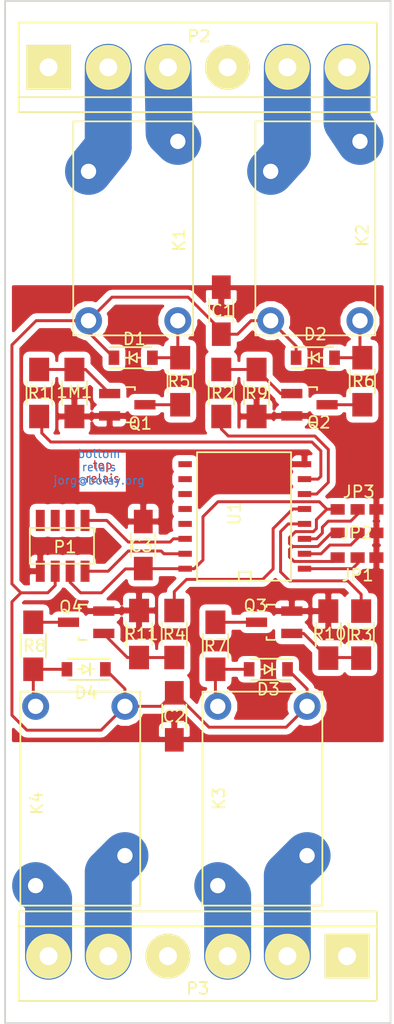
<source format=kicad_pcb>
(kicad_pcb (version 4) (host pcbnew 4.0.4-1.fc24-product)

  (general
    (links 67)
    (no_connects 0)
    (area 134.208428 44.574999 172.675 131.675001)
    (thickness 1.6)
    (drawings 7)
    (tracks 167)
    (zones 0)
    (modules 34)
    (nets 45)
  )

  (page A4)
  (layers
    (0 F.Cu signal)
    (31 B.Cu signal)
    (32 B.Adhes user)
    (33 F.Adhes user)
    (34 B.Paste user)
    (35 F.Paste user)
    (36 B.SilkS user)
    (37 F.SilkS user)
    (38 B.Mask user)
    (39 F.Mask user)
    (40 Dwgs.User user)
    (41 Cmts.User user)
    (42 Eco1.User user)
    (43 Eco2.User user)
    (44 Edge.Cuts user)
    (45 Margin user)
    (46 B.CrtYd user)
    (47 F.CrtYd user)
    (48 B.Fab user)
    (49 F.Fab user)
  )

  (setup
    (last_trace_width 0.25)
    (trace_clearance 0.2)
    (zone_clearance 0.508)
    (zone_45_only no)
    (trace_min 0.2)
    (segment_width 0.2)
    (edge_width 0.15)
    (via_size 0.6)
    (via_drill 0.4)
    (via_min_size 0.4)
    (via_min_drill 0.3)
    (uvia_size 0.3)
    (uvia_drill 0.1)
    (uvias_allowed no)
    (uvia_min_size 0.2)
    (uvia_min_drill 0.1)
    (pcb_text_width 0.3)
    (pcb_text_size 1.5 1.5)
    (mod_edge_width 0.15)
    (mod_text_size 1 1)
    (mod_text_width 0.15)
    (pad_size 1.524 1.524)
    (pad_drill 0.762)
    (pad_to_mask_clearance 0.2)
    (aux_axis_origin 0 0)
    (visible_elements FFFFFF7F)
    (pcbplotparams
      (layerselection 0x00030_80000001)
      (usegerberextensions false)
      (excludeedgelayer true)
      (linewidth 0.100000)
      (plotframeref false)
      (viasonmask false)
      (mode 1)
      (useauxorigin false)
      (hpglpennumber 1)
      (hpglpenspeed 20)
      (hpglpendiameter 15)
      (hpglpenoverlay 2)
      (psnegative false)
      (psa4output false)
      (plotreference true)
      (plotvalue true)
      (plotinvisibletext false)
      (padsonsilk false)
      (subtractmaskfromsilk false)
      (outputformat 1)
      (mirror false)
      (drillshape 1)
      (scaleselection 1)
      (outputdirectory ""))
  )

  (net 0 "")
  (net 1 GND)
  (net 2 "Net-(1M1-Pad2)")
  (net 3 +12VA)
  (net 4 +3V3)
  (net 5 "Net-(D1-Pad2)")
  (net 6 "Net-(D2-Pad2)")
  (net 7 "Net-(D3-Pad2)")
  (net 8 "Net-(D4-Pad2)")
  (net 9 "Net-(JP1-Pad2)")
  (net 10 "Net-(JP2-Pad2)")
  (net 11 "Net-(JP3-Pad2)")
  (net 12 "Net-(K1-Pad4)")
  (net 13 "Net-(K1-Pad3)")
  (net 14 "Net-(K2-Pad4)")
  (net 15 "Net-(K2-Pad3)")
  (net 16 "Net-(K3-Pad4)")
  (net 17 "Net-(K3-Pad3)")
  (net 18 "Net-(K4-Pad4)")
  (net 19 "Net-(K4-Pad3)")
  (net 20 "Net-(P1-Pad4)")
  (net 21 "Net-(P1-Pad5)")
  (net 22 "Net-(P1-Pad8)")
  (net 23 "Net-(P1-Pad6)")
  (net 24 "Net-(P1-Pad7)")
  (net 25 "Net-(P2-Pad1)")
  (net 26 "Net-(P2-Pad4)")
  (net 27 "Net-(P3-Pad1)")
  (net 28 "Net-(P3-Pad4)")
  (net 29 "Net-(Q1-Pad1)")
  (net 30 "Net-(Q2-Pad2)")
  (net 31 "Net-(Q2-Pad1)")
  (net 32 "Net-(Q3-Pad2)")
  (net 33 "Net-(Q3-Pad1)")
  (net 34 "Net-(Q4-Pad2)")
  (net 35 "Net-(Q4-Pad1)")
  (net 36 "Net-(R1-Pad2)")
  (net 37 "Net-(R2-Pad2)")
  (net 38 "Net-(R3-Pad2)")
  (net 39 "Net-(R4-Pad2)")
  (net 40 "Net-(U1-Pad9)")
  (net 41 "Net-(U1-Pad10)")
  (net 42 "Net-(U1-Pad11)")
  (net 43 "Net-(U1-Pad12)")
  (net 44 "Net-(U1-Pad13)")

  (net_class Default "Dies ist die voreingestellte Netzklasse."
    (clearance 0.2)
    (trace_width 0.25)
    (via_dia 0.6)
    (via_drill 0.4)
    (uvia_dia 0.3)
    (uvia_drill 0.1)
    (add_net +12VA)
    (add_net +3V3)
    (add_net GND)
    (add_net "Net-(1M1-Pad2)")
    (add_net "Net-(D1-Pad2)")
    (add_net "Net-(D2-Pad2)")
    (add_net "Net-(D3-Pad2)")
    (add_net "Net-(D4-Pad2)")
    (add_net "Net-(JP1-Pad2)")
    (add_net "Net-(JP2-Pad2)")
    (add_net "Net-(JP3-Pad2)")
    (add_net "Net-(P1-Pad4)")
    (add_net "Net-(P1-Pad5)")
    (add_net "Net-(P1-Pad6)")
    (add_net "Net-(P1-Pad7)")
    (add_net "Net-(P1-Pad8)")
    (add_net "Net-(P2-Pad1)")
    (add_net "Net-(P2-Pad4)")
    (add_net "Net-(P3-Pad1)")
    (add_net "Net-(P3-Pad4)")
    (add_net "Net-(Q1-Pad1)")
    (add_net "Net-(Q2-Pad1)")
    (add_net "Net-(Q2-Pad2)")
    (add_net "Net-(Q3-Pad1)")
    (add_net "Net-(Q3-Pad2)")
    (add_net "Net-(Q4-Pad1)")
    (add_net "Net-(Q4-Pad2)")
    (add_net "Net-(R1-Pad2)")
    (add_net "Net-(R2-Pad2)")
    (add_net "Net-(R3-Pad2)")
    (add_net "Net-(R4-Pad2)")
    (add_net "Net-(U1-Pad10)")
    (add_net "Net-(U1-Pad11)")
    (add_net "Net-(U1-Pad12)")
    (add_net "Net-(U1-Pad13)")
    (add_net "Net-(U1-Pad9)")
  )

  (net_class 230V ""
    (clearance 1)
    (trace_width 4)
    (via_dia 0.6)
    (via_drill 0.4)
    (uvia_dia 0.3)
    (uvia_drill 0.1)
    (add_net "Net-(K1-Pad3)")
    (add_net "Net-(K1-Pad4)")
    (add_net "Net-(K2-Pad3)")
    (add_net "Net-(K2-Pad4)")
    (add_net "Net-(K3-Pad3)")
    (add_net "Net-(K3-Pad4)")
    (add_net "Net-(K4-Pad3)")
    (add_net "Net-(K4-Pad4)")
  )

  (module Resistors_SMD:R_1206_HandSoldering (layer F.Cu) (tedit 583A0575) (tstamp 5831FC02)
    (at 144 78 90)
    (descr "Resistor SMD 1206, hand soldering")
    (tags "resistor 1206")
    (path /5826105E)
    (attr smd)
    (fp_text reference 1M1 (at 0.1 0 180) (layer F.SilkS)
      (effects (font (size 1 1) (thickness 0.15)))
    )
    (fp_text value 1M (at 0 2.3 90) (layer F.Fab) hide
      (effects (font (size 1 1) (thickness 0.15)))
    )
    (fp_line (start -3.3 -1.2) (end 3.3 -1.2) (layer F.CrtYd) (width 0.05))
    (fp_line (start -3.3 1.2) (end 3.3 1.2) (layer F.CrtYd) (width 0.05))
    (fp_line (start -3.3 -1.2) (end -3.3 1.2) (layer F.CrtYd) (width 0.05))
    (fp_line (start 3.3 -1.2) (end 3.3 1.2) (layer F.CrtYd) (width 0.05))
    (fp_line (start 1 1.075) (end -1 1.075) (layer F.SilkS) (width 0.15))
    (fp_line (start -1 -1.075) (end 1 -1.075) (layer F.SilkS) (width 0.15))
    (pad 1 smd rect (at -2 0 90) (size 2 1.7) (layers F.Cu F.Paste F.Mask)
      (net 1 GND))
    (pad 2 smd rect (at 2 0 90) (size 2 1.7) (layers F.Cu F.Paste F.Mask)
      (net 2 "Net-(1M1-Pad2)"))
    (model Resistors_SMD.3dshapes/R_1206_HandSoldering.wrl
      (at (xyz 0 0 0))
      (scale (xyz 1 1 1))
      (rotate (xyz 0 0 0))
    )
  )

  (module Capacitors_SMD:C_1206_HandSoldering (layer F.Cu) (tedit 583A059F) (tstamp 5831FC08)
    (at 156.5 71 90)
    (descr "Capacitor SMD 1206, hand soldering")
    (tags "capacitor 1206")
    (path /5830BAA9)
    (attr smd)
    (fp_text reference C1 (at 0 0.1 180) (layer F.SilkS)
      (effects (font (size 1 1) (thickness 0.15)))
    )
    (fp_text value 100nF (at 0 2.3 90) (layer F.Fab) hide
      (effects (font (size 1 1) (thickness 0.15)))
    )
    (fp_line (start -3.3 -1.15) (end 3.3 -1.15) (layer F.CrtYd) (width 0.05))
    (fp_line (start -3.3 1.15) (end 3.3 1.15) (layer F.CrtYd) (width 0.05))
    (fp_line (start -3.3 -1.15) (end -3.3 1.15) (layer F.CrtYd) (width 0.05))
    (fp_line (start 3.3 -1.15) (end 3.3 1.15) (layer F.CrtYd) (width 0.05))
    (fp_line (start 1 -1.025) (end -1 -1.025) (layer F.SilkS) (width 0.15))
    (fp_line (start -1 1.025) (end 1 1.025) (layer F.SilkS) (width 0.15))
    (pad 1 smd rect (at -2 0 90) (size 2 1.6) (layers F.Cu F.Paste F.Mask)
      (net 3 +12VA))
    (pad 2 smd rect (at 2 0 90) (size 2 1.6) (layers F.Cu F.Paste F.Mask)
      (net 1 GND))
    (model Capacitors_SMD.3dshapes/C_1206_HandSoldering.wrl
      (at (xyz 0 0 0))
      (scale (xyz 1 1 1))
      (rotate (xyz 0 0 0))
    )
  )

  (module Capacitors_SMD:C_1206_HandSoldering (layer F.Cu) (tedit 583A04FA) (tstamp 5831FC0E)
    (at 152.5 105.5 270)
    (descr "Capacitor SMD 1206, hand soldering")
    (tags "capacitor 1206")
    (path /5830BB48)
    (attr smd)
    (fp_text reference C2 (at 0 0 360) (layer F.SilkS)
      (effects (font (size 1 1) (thickness 0.15)))
    )
    (fp_text value 100nF (at 0 2.3 270) (layer F.Fab) hide
      (effects (font (size 1 1) (thickness 0.15)))
    )
    (fp_line (start -3.3 -1.15) (end 3.3 -1.15) (layer F.CrtYd) (width 0.05))
    (fp_line (start -3.3 1.15) (end 3.3 1.15) (layer F.CrtYd) (width 0.05))
    (fp_line (start -3.3 -1.15) (end -3.3 1.15) (layer F.CrtYd) (width 0.05))
    (fp_line (start 3.3 -1.15) (end 3.3 1.15) (layer F.CrtYd) (width 0.05))
    (fp_line (start 1 -1.025) (end -1 -1.025) (layer F.SilkS) (width 0.15))
    (fp_line (start -1 1.025) (end 1 1.025) (layer F.SilkS) (width 0.15))
    (pad 1 smd rect (at -2 0 270) (size 2 1.6) (layers F.Cu F.Paste F.Mask)
      (net 3 +12VA))
    (pad 2 smd rect (at 2 0 270) (size 2 1.6) (layers F.Cu F.Paste F.Mask)
      (net 1 GND))
    (model Capacitors_SMD.3dshapes/C_1206_HandSoldering.wrl
      (at (xyz 0 0 0))
      (scale (xyz 1 1 1))
      (rotate (xyz 0 0 0))
    )
  )

  (module Capacitors_SMD:C_1206_HandSoldering (layer F.Cu) (tedit 583A0537) (tstamp 5831FC14)
    (at 149.86 90.932 90)
    (descr "Capacitor SMD 1206, hand soldering")
    (tags "capacitor 1206")
    (path /5830B1D2)
    (attr smd)
    (fp_text reference C3 (at -0.068 -0.16 180) (layer F.SilkS)
      (effects (font (size 1 1) (thickness 0.15)))
    )
    (fp_text value 100nF (at 0 2.3 90) (layer F.Fab) hide
      (effects (font (size 1 1) (thickness 0.15)))
    )
    (fp_line (start -3.3 -1.15) (end 3.3 -1.15) (layer F.CrtYd) (width 0.05))
    (fp_line (start -3.3 1.15) (end 3.3 1.15) (layer F.CrtYd) (width 0.05))
    (fp_line (start -3.3 -1.15) (end -3.3 1.15) (layer F.CrtYd) (width 0.05))
    (fp_line (start 3.3 -1.15) (end 3.3 1.15) (layer F.CrtYd) (width 0.05))
    (fp_line (start 1 -1.025) (end -1 -1.025) (layer F.SilkS) (width 0.15))
    (fp_line (start -1 1.025) (end 1 1.025) (layer F.SilkS) (width 0.15))
    (pad 1 smd rect (at -2 0 90) (size 2 1.6) (layers F.Cu F.Paste F.Mask)
      (net 4 +3V3))
    (pad 2 smd rect (at 2 0 90) (size 2 1.6) (layers F.Cu F.Paste F.Mask)
      (net 1 GND))
    (model Capacitors_SMD.3dshapes/C_1206_HandSoldering.wrl
      (at (xyz 0 0 0))
      (scale (xyz 1 1 1))
      (rotate (xyz 0 0 0))
    )
  )

  (module Diodes_SMD:SOD-123 (layer F.Cu) (tedit 583A0367) (tstamp 5831FC1A)
    (at 149 75)
    (descr SOD-123)
    (tags SOD-123)
    (path /582643BF)
    (attr smd)
    (fp_text reference D1 (at 0.1 -1.6) (layer F.SilkS)
      (effects (font (size 1 1) (thickness 0.15)))
    )
    (fp_text value 1N4148 (at 0 2.1) (layer F.Fab) hide
      (effects (font (size 1 1) (thickness 0.15)))
    )
    (fp_line (start 0.3175 0) (end 0.6985 0) (layer F.SilkS) (width 0.15))
    (fp_line (start -0.6985 0) (end -0.3175 0) (layer F.SilkS) (width 0.15))
    (fp_line (start -0.3175 0) (end 0.3175 -0.381) (layer F.SilkS) (width 0.15))
    (fp_line (start 0.3175 -0.381) (end 0.3175 0.381) (layer F.SilkS) (width 0.15))
    (fp_line (start 0.3175 0.381) (end -0.3175 0) (layer F.SilkS) (width 0.15))
    (fp_line (start -0.3175 -0.508) (end -0.3175 0.508) (layer F.SilkS) (width 0.15))
    (fp_line (start -2.25 -1.05) (end 2.25 -1.05) (layer F.CrtYd) (width 0.05))
    (fp_line (start 2.25 -1.05) (end 2.25 1.05) (layer F.CrtYd) (width 0.05))
    (fp_line (start 2.25 1.05) (end -2.25 1.05) (layer F.CrtYd) (width 0.05))
    (fp_line (start -2.25 -1.05) (end -2.25 1.05) (layer F.CrtYd) (width 0.05))
    (fp_line (start -2 0.9) (end 1.54 0.9) (layer F.SilkS) (width 0.15))
    (fp_line (start -2 -0.9) (end 1.54 -0.9) (layer F.SilkS) (width 0.15))
    (pad 1 smd rect (at -1.635 0) (size 0.91 1.22) (layers F.Cu F.Paste F.Mask)
      (net 3 +12VA))
    (pad 2 smd rect (at 1.635 0) (size 0.91 1.22) (layers F.Cu F.Paste F.Mask)
      (net 5 "Net-(D1-Pad2)"))
  )

  (module Diodes_SMD:SOD-123 (layer F.Cu) (tedit 583A02AD) (tstamp 5831FC20)
    (at 164.5 75)
    (descr SOD-123)
    (tags SOD-123)
    (path /58264696)
    (attr smd)
    (fp_text reference D2 (at 0 -2) (layer F.SilkS)
      (effects (font (size 1 1) (thickness 0.15)))
    )
    (fp_text value 1N4148 (at 0 2.1) (layer F.Fab) hide
      (effects (font (size 1 1) (thickness 0.15)))
    )
    (fp_line (start 0.3175 0) (end 0.6985 0) (layer F.SilkS) (width 0.15))
    (fp_line (start -0.6985 0) (end -0.3175 0) (layer F.SilkS) (width 0.15))
    (fp_line (start -0.3175 0) (end 0.3175 -0.381) (layer F.SilkS) (width 0.15))
    (fp_line (start 0.3175 -0.381) (end 0.3175 0.381) (layer F.SilkS) (width 0.15))
    (fp_line (start 0.3175 0.381) (end -0.3175 0) (layer F.SilkS) (width 0.15))
    (fp_line (start -0.3175 -0.508) (end -0.3175 0.508) (layer F.SilkS) (width 0.15))
    (fp_line (start -2.25 -1.05) (end 2.25 -1.05) (layer F.CrtYd) (width 0.05))
    (fp_line (start 2.25 -1.05) (end 2.25 1.05) (layer F.CrtYd) (width 0.05))
    (fp_line (start 2.25 1.05) (end -2.25 1.05) (layer F.CrtYd) (width 0.05))
    (fp_line (start -2.25 -1.05) (end -2.25 1.05) (layer F.CrtYd) (width 0.05))
    (fp_line (start -2 0.9) (end 1.54 0.9) (layer F.SilkS) (width 0.15))
    (fp_line (start -2 -0.9) (end 1.54 -0.9) (layer F.SilkS) (width 0.15))
    (pad 1 smd rect (at -1.635 0) (size 0.91 1.22) (layers F.Cu F.Paste F.Mask)
      (net 3 +12VA))
    (pad 2 smd rect (at 1.635 0) (size 0.91 1.22) (layers F.Cu F.Paste F.Mask)
      (net 6 "Net-(D2-Pad2)"))
  )

  (module Diodes_SMD:SOD-123 (layer F.Cu) (tedit 583A04F3) (tstamp 5831FC26)
    (at 160.5 101.5 180)
    (descr SOD-123)
    (tags SOD-123)
    (path /58264794)
    (attr smd)
    (fp_text reference D3 (at 0 -1.7 180) (layer F.SilkS)
      (effects (font (size 1 1) (thickness 0.15)))
    )
    (fp_text value 1N4148 (at 0 2.1 180) (layer F.Fab) hide
      (effects (font (size 1 1) (thickness 0.15)))
    )
    (fp_line (start 0.3175 0) (end 0.6985 0) (layer F.SilkS) (width 0.15))
    (fp_line (start -0.6985 0) (end -0.3175 0) (layer F.SilkS) (width 0.15))
    (fp_line (start -0.3175 0) (end 0.3175 -0.381) (layer F.SilkS) (width 0.15))
    (fp_line (start 0.3175 -0.381) (end 0.3175 0.381) (layer F.SilkS) (width 0.15))
    (fp_line (start 0.3175 0.381) (end -0.3175 0) (layer F.SilkS) (width 0.15))
    (fp_line (start -0.3175 -0.508) (end -0.3175 0.508) (layer F.SilkS) (width 0.15))
    (fp_line (start -2.25 -1.05) (end 2.25 -1.05) (layer F.CrtYd) (width 0.05))
    (fp_line (start 2.25 -1.05) (end 2.25 1.05) (layer F.CrtYd) (width 0.05))
    (fp_line (start 2.25 1.05) (end -2.25 1.05) (layer F.CrtYd) (width 0.05))
    (fp_line (start -2.25 -1.05) (end -2.25 1.05) (layer F.CrtYd) (width 0.05))
    (fp_line (start -2 0.9) (end 1.54 0.9) (layer F.SilkS) (width 0.15))
    (fp_line (start -2 -0.9) (end 1.54 -0.9) (layer F.SilkS) (width 0.15))
    (pad 1 smd rect (at -1.635 0 180) (size 0.91 1.22) (layers F.Cu F.Paste F.Mask)
      (net 3 +12VA))
    (pad 2 smd rect (at 1.635 0 180) (size 0.91 1.22) (layers F.Cu F.Paste F.Mask)
      (net 7 "Net-(D3-Pad2)"))
  )

  (module Diodes_SMD:SOD-123 (layer F.Cu) (tedit 583A046B) (tstamp 5831FC2C)
    (at 145 101.5 180)
    (descr SOD-123)
    (tags SOD-123)
    (path /582649EA)
    (attr smd)
    (fp_text reference D4 (at 0 -2 180) (layer F.SilkS)
      (effects (font (size 1 1) (thickness 0.15)))
    )
    (fp_text value 1N4148 (at 0 2.1 180) (layer F.Fab) hide
      (effects (font (size 1 1) (thickness 0.15)))
    )
    (fp_line (start 0.3175 0) (end 0.6985 0) (layer F.SilkS) (width 0.15))
    (fp_line (start -0.6985 0) (end -0.3175 0) (layer F.SilkS) (width 0.15))
    (fp_line (start -0.3175 0) (end 0.3175 -0.381) (layer F.SilkS) (width 0.15))
    (fp_line (start 0.3175 -0.381) (end 0.3175 0.381) (layer F.SilkS) (width 0.15))
    (fp_line (start 0.3175 0.381) (end -0.3175 0) (layer F.SilkS) (width 0.15))
    (fp_line (start -0.3175 -0.508) (end -0.3175 0.508) (layer F.SilkS) (width 0.15))
    (fp_line (start -2.25 -1.05) (end 2.25 -1.05) (layer F.CrtYd) (width 0.05))
    (fp_line (start 2.25 -1.05) (end 2.25 1.05) (layer F.CrtYd) (width 0.05))
    (fp_line (start 2.25 1.05) (end -2.25 1.05) (layer F.CrtYd) (width 0.05))
    (fp_line (start -2.25 -1.05) (end -2.25 1.05) (layer F.CrtYd) (width 0.05))
    (fp_line (start -2 0.9) (end 1.54 0.9) (layer F.SilkS) (width 0.15))
    (fp_line (start -2 -0.9) (end 1.54 -0.9) (layer F.SilkS) (width 0.15))
    (pad 1 smd rect (at -1.635 0 180) (size 0.91 1.22) (layers F.Cu F.Paste F.Mask)
      (net 3 +12VA))
    (pad 2 smd rect (at 1.635 0 180) (size 0.91 1.22) (layers F.Cu F.Paste F.Mask)
      (net 8 "Net-(D4-Pad2)"))
  )

  (module bolay:solder-jumper-3er (layer F.Cu) (tedit 583C92E3) (tstamp 5831FC33)
    (at 168.1 92 180)
    (descr "Resistor SMD 0603, hand soldering")
    (tags "resistor 0603")
    (path /582709E7)
    (attr smd)
    (fp_text reference JP1 (at 0 -1.5 180) (layer F.SilkS)
      (effects (font (size 1 1) (thickness 0.15)))
    )
    (fp_text value SJ (at 0 1.9 180) (layer F.Fab) hide
      (effects (font (size 1 1) (thickness 0.15)))
    )
    (fp_line (start -2.6 -0.8) (end 2.7 -0.8) (layer F.CrtYd) (width 0.05))
    (fp_line (start -2.6 0.8) (end 2.7 0.8) (layer F.CrtYd) (width 0.05))
    (fp_line (start -2.6 -0.8) (end -2.6 0.8) (layer F.CrtYd) (width 0.05))
    (fp_line (start 2.7 -0.8) (end 2.7 0.8) (layer F.CrtYd) (width 0.05))
    (pad 3 smd rect (at 1.7 0 180) (size 1.2 0.9) (layers F.Cu F.Paste F.Mask)
      (net 4 +3V3) (solder_mask_margin 0.3))
    (pad 1 smd rect (at -1.6 0 180) (size 1.2 0.9) (layers F.Cu F.Paste F.Mask)
      (net 1 GND) (solder_mask_margin 0.3))
    (pad 2 smd rect (at 0 0 180) (size 1.2 0.9) (layers F.Cu F.Paste F.Mask)
      (net 9 "Net-(JP1-Pad2)") (solder_mask_margin 0.3))
    (model Resistors_SMD.3dshapes/R_0603_HandSoldering.wrl
      (at (xyz 0 0 0))
      (scale (xyz 1 1 1))
      (rotate (xyz 0 0 0))
    )
  )

  (module bolay:solder-jumper-3er (layer F.Cu) (tedit 583C92E9) (tstamp 5831FC3A)
    (at 168.1 89.9 180)
    (descr "Resistor SMD 0603, hand soldering")
    (tags "resistor 0603")
    (path /58270A9E)
    (attr smd)
    (fp_text reference JP2 (at 0.1 0 180) (layer F.SilkS)
      (effects (font (size 1 1) (thickness 0.15)))
    )
    (fp_text value SJ (at 0 1.9 180) (layer F.Fab) hide
      (effects (font (size 1 1) (thickness 0.15)))
    )
    (fp_line (start -2.6 -0.8) (end 2.7 -0.8) (layer F.CrtYd) (width 0.05))
    (fp_line (start -2.6 0.8) (end 2.7 0.8) (layer F.CrtYd) (width 0.05))
    (fp_line (start -2.6 -0.8) (end -2.6 0.8) (layer F.CrtYd) (width 0.05))
    (fp_line (start 2.7 -0.8) (end 2.7 0.8) (layer F.CrtYd) (width 0.05))
    (pad 3 smd rect (at 1.7 0 180) (size 1.2 0.9) (layers F.Cu F.Paste F.Mask)
      (net 4 +3V3) (solder_mask_margin 0.3))
    (pad 1 smd rect (at -1.6 0 180) (size 1.2 0.9) (layers F.Cu F.Paste F.Mask)
      (net 1 GND) (solder_mask_margin 0.3))
    (pad 2 smd rect (at 0 0 180) (size 1.2 0.9) (layers F.Cu F.Paste F.Mask)
      (net 10 "Net-(JP2-Pad2)") (solder_mask_margin 0.3))
    (model Resistors_SMD.3dshapes/R_0603_HandSoldering.wrl
      (at (xyz 0 0 0))
      (scale (xyz 1 1 1))
      (rotate (xyz 0 0 0))
    )
  )

  (module bolay:solder-jumper-3er (layer F.Cu) (tedit 583C92DF) (tstamp 5831FC41)
    (at 168.1 87.9 180)
    (descr "Resistor SMD 0603, hand soldering")
    (tags "resistor 0603")
    (path /582708C6)
    (attr smd)
    (fp_text reference JP3 (at -0.1 1.5 180) (layer F.SilkS)
      (effects (font (size 1 1) (thickness 0.15)))
    )
    (fp_text value SJ (at 0 1.9 180) (layer F.Fab) hide
      (effects (font (size 1 1) (thickness 0.15)))
    )
    (fp_line (start -2.6 -0.8) (end 2.7 -0.8) (layer F.CrtYd) (width 0.05))
    (fp_line (start -2.6 0.8) (end 2.7 0.8) (layer F.CrtYd) (width 0.05))
    (fp_line (start -2.6 -0.8) (end -2.6 0.8) (layer F.CrtYd) (width 0.05))
    (fp_line (start 2.7 -0.8) (end 2.7 0.8) (layer F.CrtYd) (width 0.05))
    (pad 3 smd rect (at 1.7 0 180) (size 1.2 0.9) (layers F.Cu F.Paste F.Mask)
      (net 4 +3V3) (solder_mask_margin 0.3))
    (pad 1 smd rect (at -1.6 0 180) (size 1.2 0.9) (layers F.Cu F.Paste F.Mask)
      (net 1 GND) (solder_mask_margin 0.3))
    (pad 2 smd rect (at 0 0 180) (size 1.2 0.9) (layers F.Cu F.Paste F.Mask)
      (net 11 "Net-(JP3-Pad2)") (solder_mask_margin 0.3))
    (model Resistors_SMD.3dshapes/R_0603_HandSoldering.wrl
      (at (xyz 0 0 0))
      (scale (xyz 1 1 1))
      (rotate (xyz 0 0 0))
    )
  )

  (module bolay:Relais-12V-Schlieser (layer F.Cu) (tedit 583A0302) (tstamp 5831FC49)
    (at 149 64 90)
    (path /5825FF5C)
    (fp_text reference K1 (at -1 3.9 90) (layer F.SilkS)
      (effects (font (size 1 1) (thickness 0.15)))
    )
    (fp_text value G5LE-1A4 (at -1.4 -4 90) (layer F.Fab)
      (effects (font (size 1 1) (thickness 0.15)))
    )
    (fp_line (start 9.1 0) (end 9.1 -5.1) (layer F.SilkS) (width 0.15))
    (fp_line (start 9.1 -5.1) (end -9.1 -5.1) (layer F.SilkS) (width 0.15))
    (fp_line (start -9.1 -5.1) (end -9.1 5.1) (layer F.SilkS) (width 0.15))
    (fp_line (start -9.1 5.1) (end 9.1 5.1) (layer F.SilkS) (width 0.15))
    (fp_line (start 9.1 5.1) (end 9.1 0) (layer F.SilkS) (width 0.15))
    (pad 4 thru_hole circle (at 7.4 3.8 90) (size 2.3 2.3) (drill 1.3) (layers *.Cu *.Mask)
      (net 12 "Net-(K1-Pad4)"))
    (pad 3 thru_hole circle (at 4.85 -3.8 90) (size 2.3 2.3) (drill 1.3) (layers *.Cu *.Mask)
      (net 13 "Net-(K1-Pad3)"))
    (pad 1 thru_hole circle (at -7.85 -3.8 90) (size 2.3 2.3) (drill 1.3) (layers *.Cu *.Mask)
      (net 3 +12VA))
    (pad 2 thru_hole circle (at -7.85 3.8 90) (size 2.3 2.3) (drill 1.3) (layers *.Cu *.Mask)
      (net 5 "Net-(D1-Pad2)"))
  )

  (module bolay:Relais-12V-Schlieser (layer F.Cu) (tedit 583A0308) (tstamp 5831FC51)
    (at 164.5 64 90)
    (path /58261900)
    (fp_text reference K2 (at -0.6 4 90) (layer F.SilkS)
      (effects (font (size 1 1) (thickness 0.15)))
    )
    (fp_text value G5LE-1A4 (at -1.3 -3.5 90) (layer F.Fab)
      (effects (font (size 1 1) (thickness 0.15)))
    )
    (fp_line (start 9.1 0) (end 9.1 -5.1) (layer F.SilkS) (width 0.15))
    (fp_line (start 9.1 -5.1) (end -9.1 -5.1) (layer F.SilkS) (width 0.15))
    (fp_line (start -9.1 -5.1) (end -9.1 5.1) (layer F.SilkS) (width 0.15))
    (fp_line (start -9.1 5.1) (end 9.1 5.1) (layer F.SilkS) (width 0.15))
    (fp_line (start 9.1 5.1) (end 9.1 0) (layer F.SilkS) (width 0.15))
    (pad 4 thru_hole circle (at 7.4 3.8 90) (size 2.3 2.3) (drill 1.3) (layers *.Cu *.Mask)
      (net 14 "Net-(K2-Pad4)"))
    (pad 3 thru_hole circle (at 4.85 -3.8 90) (size 2.3 2.3) (drill 1.3) (layers *.Cu *.Mask)
      (net 15 "Net-(K2-Pad3)"))
    (pad 1 thru_hole circle (at -7.85 -3.8 90) (size 2.3 2.3) (drill 1.3) (layers *.Cu *.Mask)
      (net 3 +12VA))
    (pad 2 thru_hole circle (at -7.85 3.8 90) (size 2.3 2.3) (drill 1.3) (layers *.Cu *.Mask)
      (net 6 "Net-(D2-Pad2)"))
  )

  (module bolay:Relais-12V-Schlieser (layer F.Cu) (tedit 583A0506) (tstamp 5831FC59)
    (at 160 112.5 270)
    (path /58261F41)
    (fp_text reference K3 (at 0 3.7 270) (layer F.SilkS)
      (effects (font (size 1 1) (thickness 0.15)))
    )
    (fp_text value G5LE-1A4 (at -1.4 -3.8 270) (layer F.Fab)
      (effects (font (size 1 1) (thickness 0.15)))
    )
    (fp_line (start 9.1 0) (end 9.1 -5.1) (layer F.SilkS) (width 0.15))
    (fp_line (start 9.1 -5.1) (end -9.1 -5.1) (layer F.SilkS) (width 0.15))
    (fp_line (start -9.1 -5.1) (end -9.1 5.1) (layer F.SilkS) (width 0.15))
    (fp_line (start -9.1 5.1) (end 9.1 5.1) (layer F.SilkS) (width 0.15))
    (fp_line (start 9.1 5.1) (end 9.1 0) (layer F.SilkS) (width 0.15))
    (pad 4 thru_hole circle (at 7.4 3.8 270) (size 2.3 2.3) (drill 1.3) (layers *.Cu *.Mask)
      (net 16 "Net-(K3-Pad4)"))
    (pad 3 thru_hole circle (at 4.85 -3.8 270) (size 2.3 2.3) (drill 1.3) (layers *.Cu *.Mask)
      (net 17 "Net-(K3-Pad3)"))
    (pad 1 thru_hole circle (at -7.85 -3.8 270) (size 2.3 2.3) (drill 1.3) (layers *.Cu *.Mask)
      (net 3 +12VA))
    (pad 2 thru_hole circle (at -7.85 3.8 270) (size 2.3 2.3) (drill 1.3) (layers *.Cu *.Mask)
      (net 7 "Net-(D3-Pad2)"))
  )

  (module bolay:Relais-12V-Schlieser (layer F.Cu) (tedit 583A050C) (tstamp 5831FC61)
    (at 144.5 112.5 270)
    (path /58261D1F)
    (fp_text reference K4 (at 0.4 3.7 270) (layer F.SilkS)
      (effects (font (size 1 1) (thickness 0.15)))
    )
    (fp_text value G5LE-1A4 (at -1.7 -3.7 270) (layer F.Fab)
      (effects (font (size 1 1) (thickness 0.15)))
    )
    (fp_line (start 9.1 0) (end 9.1 -5.1) (layer F.SilkS) (width 0.15))
    (fp_line (start 9.1 -5.1) (end -9.1 -5.1) (layer F.SilkS) (width 0.15))
    (fp_line (start -9.1 -5.1) (end -9.1 5.1) (layer F.SilkS) (width 0.15))
    (fp_line (start -9.1 5.1) (end 9.1 5.1) (layer F.SilkS) (width 0.15))
    (fp_line (start 9.1 5.1) (end 9.1 0) (layer F.SilkS) (width 0.15))
    (pad 4 thru_hole circle (at 7.4 3.8 270) (size 2.3 2.3) (drill 1.3) (layers *.Cu *.Mask)
      (net 18 "Net-(K4-Pad4)"))
    (pad 3 thru_hole circle (at 4.85 -3.8 270) (size 2.3 2.3) (drill 1.3) (layers *.Cu *.Mask)
      (net 19 "Net-(K4-Pad3)"))
    (pad 1 thru_hole circle (at -7.85 -3.8 270) (size 2.3 2.3) (drill 1.3) (layers *.Cu *.Mask)
      (net 3 +12VA))
    (pad 2 thru_hole circle (at -7.85 3.8 270) (size 2.3 2.3) (drill 1.3) (layers *.Cu *.Mask)
      (net 8 "Net-(D4-Pad2)"))
  )

  (module bolay:4x2pin_50mil_header (layer F.Cu) (tedit 583A041A) (tstamp 5831FC6D)
    (at 143 91)
    (path /5826EF76)
    (fp_text reference P1 (at 0.2 0.1) (layer F.SilkS)
      (effects (font (size 1 1) (thickness 0.15)))
    )
    (fp_text value Conn_jack_conn_board (at 0.637 -4.767) (layer F.Fab) hide
      (effects (font (size 1 1) (thickness 0.15)))
    )
    (fp_line (start -2.794 0) (end -2.794 -1.524) (layer F.SilkS) (width 0.15))
    (fp_line (start -2.794 -1.524) (end 2.667 -1.524) (layer F.SilkS) (width 0.15))
    (fp_line (start 2.667 -1.524) (end 2.667 1.524) (layer F.SilkS) (width 0.15))
    (fp_line (start 2.667 1.524) (end -2.794 1.524) (layer F.SilkS) (width 0.15))
    (fp_line (start -2.794 1.524) (end -2.794 0) (layer F.SilkS) (width 0.15))
    (pad 4 smd rect (at 1.905 2.159) (size 0.762 1.8034) (layers F.Cu F.Paste F.Mask)
      (net 20 "Net-(P1-Pad4)"))
    (pad 1 smd rect (at -1.905 2.159) (size 0.762 1.8034) (layers F.Cu F.Paste F.Mask)
      (net 1 GND))
    (pad 2 smd rect (at -0.635 2.159) (size 0.762 1.8034) (layers F.Cu F.Paste F.Mask)
      (net 3 +12VA))
    (pad 3 smd rect (at 0.635 2.159) (size 0.762 1.8034) (layers F.Cu F.Paste F.Mask)
      (net 4 +3V3))
    (pad 5 smd rect (at 1.905 -2.159) (size 0.762 1.8034) (layers F.Cu F.Paste F.Mask)
      (net 21 "Net-(P1-Pad5)"))
    (pad 8 smd rect (at -1.905 -2.159) (size 0.762 1.8034) (layers F.Cu F.Paste F.Mask)
      (net 22 "Net-(P1-Pad8)"))
    (pad 6 smd rect (at 0.635 -2.159) (size 0.762 1.8034) (layers F.Cu F.Paste F.Mask)
      (net 23 "Net-(P1-Pad6)"))
    (pad 7 smd rect (at -0.635 -2.159) (size 0.762 1.8034) (layers F.Cu F.Paste F.Mask)
      (net 24 "Net-(P1-Pad7)"))
  )

  (module Connect:bornier6 (layer F.Cu) (tedit 5831FBA1) (tstamp 5831FC77)
    (at 154.5 50.3)
    (descr "Bornier d'alimentation 4 pins")
    (tags DEV)
    (path /582898FB)
    (fp_text reference P2 (at 0.1 -2.65) (layer F.SilkS)
      (effects (font (size 1 1) (thickness 0.15)))
    )
    (fp_text value Conn_Licht_1 (at 0 3.1) (layer F.Fab)
      (effects (font (size 1 1) (thickness 0.15)))
    )
    (fp_line (start -15.24 -3.81) (end -15.24 3.81) (layer F.SilkS) (width 0.15))
    (fp_line (start 15.24 3.81) (end 15.24 -3.81) (layer F.SilkS) (width 0.15))
    (fp_line (start -15.24 2.54) (end 15.24 2.54) (layer F.SilkS) (width 0.15))
    (fp_line (start -15.24 -3.81) (end 15.24 -3.81) (layer F.SilkS) (width 0.15))
    (fp_line (start -15.24 3.81) (end 15.24 3.81) (layer F.SilkS) (width 0.15))
    (pad 2 thru_hole circle (at -7.62 0) (size 3.81 3.81) (drill 1.524) (layers *.Cu *.Mask F.SilkS)
      (net 13 "Net-(K1-Pad3)"))
    (pad 3 thru_hole circle (at -2.54 0) (size 3.81 3.81) (drill 1.524) (layers *.Cu *.Mask F.SilkS)
      (net 12 "Net-(K1-Pad4)"))
    (pad 1 thru_hole rect (at -12.7 0) (size 3.81 3.81) (drill 1.524) (layers *.Cu *.Mask F.SilkS)
      (net 25 "Net-(P2-Pad1)"))
    (pad 4 thru_hole circle (at 2.54 0) (size 3.81 3.81) (drill 1.524) (layers *.Cu *.Mask F.SilkS)
      (net 26 "Net-(P2-Pad4)"))
    (pad 5 thru_hole circle (at 7.62 0) (size 3.81 3.81) (drill 1.524) (layers *.Cu *.Mask F.SilkS)
      (net 15 "Net-(K2-Pad3)"))
    (pad 6 thru_hole circle (at 12.7 0) (size 3.81 3.81) (drill 1.524) (layers *.Cu *.Mask F.SilkS)
      (net 14 "Net-(K2-Pad4)"))
    (model Connect.3dshapes/bornier6.wrl
      (at (xyz 0 0 0))
      (scale (xyz 1 1 1))
      (rotate (xyz 0 0 0))
    )
  )

  (module Connect:bornier6 (layer F.Cu) (tedit 5831FB94) (tstamp 5831FC81)
    (at 154.5 125.9 180)
    (descr "Bornier d'alimentation 4 pins")
    (tags DEV)
    (path /5828997B)
    (fp_text reference P3 (at 0 -2.75 180) (layer F.SilkS)
      (effects (font (size 1 1) (thickness 0.15)))
    )
    (fp_text value Conn_Licht_2 (at -0.1 3.1 180) (layer F.Fab)
      (effects (font (size 1 1) (thickness 0.15)))
    )
    (fp_line (start -15.24 -3.81) (end -15.24 3.81) (layer F.SilkS) (width 0.15))
    (fp_line (start 15.24 3.81) (end 15.24 -3.81) (layer F.SilkS) (width 0.15))
    (fp_line (start -15.24 2.54) (end 15.24 2.54) (layer F.SilkS) (width 0.15))
    (fp_line (start -15.24 -3.81) (end 15.24 -3.81) (layer F.SilkS) (width 0.15))
    (fp_line (start -15.24 3.81) (end 15.24 3.81) (layer F.SilkS) (width 0.15))
    (pad 2 thru_hole circle (at -7.62 0 180) (size 3.81 3.81) (drill 1.524) (layers *.Cu *.Mask F.SilkS)
      (net 17 "Net-(K3-Pad3)"))
    (pad 3 thru_hole circle (at -2.54 0 180) (size 3.81 3.81) (drill 1.524) (layers *.Cu *.Mask F.SilkS)
      (net 16 "Net-(K3-Pad4)"))
    (pad 1 thru_hole rect (at -12.7 0 180) (size 3.81 3.81) (drill 1.524) (layers *.Cu *.Mask F.SilkS)
      (net 27 "Net-(P3-Pad1)"))
    (pad 4 thru_hole circle (at 2.54 0 180) (size 3.81 3.81) (drill 1.524) (layers *.Cu *.Mask F.SilkS)
      (net 28 "Net-(P3-Pad4)"))
    (pad 5 thru_hole circle (at 7.62 0 180) (size 3.81 3.81) (drill 1.524) (layers *.Cu *.Mask F.SilkS)
      (net 19 "Net-(K4-Pad3)"))
    (pad 6 thru_hole circle (at 12.7 0 180) (size 3.81 3.81) (drill 1.524) (layers *.Cu *.Mask F.SilkS)
      (net 18 "Net-(K4-Pad4)"))
    (model Connect.3dshapes/bornier6.wrl
      (at (xyz 0 0 0))
      (scale (xyz 1 1 1))
      (rotate (xyz 0 0 0))
    )
  )

  (module bolay:SOT-23_Handsoldering-FDN-337N (layer F.Cu) (tedit 583A034E) (tstamp 5831FC88)
    (at 148.5 79 270)
    (descr "SOT-23, Handsoldering")
    (tags SOT-23)
    (path /58260E0B)
    (attr smd)
    (fp_text reference Q1 (at 1.6 -1.1 360) (layer F.SilkS)
      (effects (font (size 1 1) (thickness 0.15)))
    )
    (fp_text value FDN337N (at 0 3.81 270) (layer F.Fab) hide
      (effects (font (size 1 1) (thickness 0.15)))
    )
    (fp_line (start -1.49982 0.0508) (end -1.49982 -0.65024) (layer F.SilkS) (width 0.15))
    (fp_line (start -1.49982 -0.65024) (end -1.2509 -0.65024) (layer F.SilkS) (width 0.15))
    (fp_line (start 1.29916 -0.65024) (end 1.49982 -0.65024) (layer F.SilkS) (width 0.15))
    (fp_line (start 1.49982 -0.65024) (end 1.49982 0.0508) (layer F.SilkS) (width 0.15))
    (pad 2 smd rect (at -0.95 1.50114 270) (size 0.8001 1.80086) (layers F.Cu F.Paste F.Mask)
      (net 2 "Net-(1M1-Pad2)"))
    (pad 3 smd rect (at 0.95 1.50114 270) (size 0.8001 1.80086) (layers F.Cu F.Paste F.Mask)
      (net 1 GND))
    (pad 1 smd rect (at 0 -1.50114 270) (size 0.8001 1.80086) (layers F.Cu F.Paste F.Mask)
      (net 29 "Net-(Q1-Pad1)"))
    (model TO_SOT_Packages_SMD.3dshapes/SOT-23_Handsoldering.wrl
      (at (xyz 0 0 0))
      (scale (xyz 1 1 1))
      (rotate (xyz 0 0 0))
    )
  )

  (module bolay:SOT-23_Handsoldering-FDN-337N (layer F.Cu) (tedit 583A02B6) (tstamp 5831FC8F)
    (at 164 79 270)
    (descr "SOT-23, Handsoldering")
    (tags SOT-23)
    (path /58261906)
    (attr smd)
    (fp_text reference Q2 (at 1.5 -0.8 360) (layer F.SilkS)
      (effects (font (size 1 1) (thickness 0.15)))
    )
    (fp_text value FDN337N (at 0 3.81 270) (layer F.Fab) hide
      (effects (font (size 1 1) (thickness 0.15)))
    )
    (fp_line (start -1.49982 0.0508) (end -1.49982 -0.65024) (layer F.SilkS) (width 0.15))
    (fp_line (start -1.49982 -0.65024) (end -1.2509 -0.65024) (layer F.SilkS) (width 0.15))
    (fp_line (start 1.29916 -0.65024) (end 1.49982 -0.65024) (layer F.SilkS) (width 0.15))
    (fp_line (start 1.49982 -0.65024) (end 1.49982 0.0508) (layer F.SilkS) (width 0.15))
    (pad 2 smd rect (at -0.95 1.50114 270) (size 0.8001 1.80086) (layers F.Cu F.Paste F.Mask)
      (net 30 "Net-(Q2-Pad2)"))
    (pad 3 smd rect (at 0.95 1.50114 270) (size 0.8001 1.80086) (layers F.Cu F.Paste F.Mask)
      (net 1 GND))
    (pad 1 smd rect (at 0 -1.50114 270) (size 0.8001 1.80086) (layers F.Cu F.Paste F.Mask)
      (net 31 "Net-(Q2-Pad1)"))
    (model TO_SOT_Packages_SMD.3dshapes/SOT-23_Handsoldering.wrl
      (at (xyz 0 0 0))
      (scale (xyz 1 1 1))
      (rotate (xyz 0 0 0))
    )
  )

  (module bolay:SOT-23_Handsoldering-FDN-337N (layer F.Cu) (tedit 583A04CE) (tstamp 5831FC96)
    (at 161 97.5 90)
    (descr "SOT-23, Handsoldering")
    (tags SOT-23)
    (path /58261F47)
    (attr smd)
    (fp_text reference Q3 (at 1.4 -1.6 180) (layer F.SilkS)
      (effects (font (size 1 1) (thickness 0.15)))
    )
    (fp_text value FDN337N (at 0 3.81 90) (layer F.Fab) hide
      (effects (font (size 1 1) (thickness 0.15)))
    )
    (fp_line (start -1.49982 0.0508) (end -1.49982 -0.65024) (layer F.SilkS) (width 0.15))
    (fp_line (start -1.49982 -0.65024) (end -1.2509 -0.65024) (layer F.SilkS) (width 0.15))
    (fp_line (start 1.29916 -0.65024) (end 1.49982 -0.65024) (layer F.SilkS) (width 0.15))
    (fp_line (start 1.49982 -0.65024) (end 1.49982 0.0508) (layer F.SilkS) (width 0.15))
    (pad 2 smd rect (at -0.95 1.50114 90) (size 0.8001 1.80086) (layers F.Cu F.Paste F.Mask)
      (net 32 "Net-(Q3-Pad2)"))
    (pad 3 smd rect (at 0.95 1.50114 90) (size 0.8001 1.80086) (layers F.Cu F.Paste F.Mask)
      (net 1 GND))
    (pad 1 smd rect (at 0 -1.50114 90) (size 0.8001 1.80086) (layers F.Cu F.Paste F.Mask)
      (net 33 "Net-(Q3-Pad1)"))
    (model TO_SOT_Packages_SMD.3dshapes/SOT-23_Handsoldering.wrl
      (at (xyz 0 0 0))
      (scale (xyz 1 1 1))
      (rotate (xyz 0 0 0))
    )
  )

  (module bolay:SOT-23_Handsoldering-FDN-337N (layer F.Cu) (tedit 583A04A0) (tstamp 5831FC9D)
    (at 145 97.5 90)
    (descr "SOT-23, Handsoldering")
    (tags SOT-23)
    (path /58261D25)
    (attr smd)
    (fp_text reference Q4 (at 1.3 -1.3 180) (layer F.SilkS)
      (effects (font (size 1 1) (thickness 0.15)))
    )
    (fp_text value FDN337N (at 0 3.81 90) (layer F.Fab) hide
      (effects (font (size 1 1) (thickness 0.15)))
    )
    (fp_line (start -1.49982 0.0508) (end -1.49982 -0.65024) (layer F.SilkS) (width 0.15))
    (fp_line (start -1.49982 -0.65024) (end -1.2509 -0.65024) (layer F.SilkS) (width 0.15))
    (fp_line (start 1.29916 -0.65024) (end 1.49982 -0.65024) (layer F.SilkS) (width 0.15))
    (fp_line (start 1.49982 -0.65024) (end 1.49982 0.0508) (layer F.SilkS) (width 0.15))
    (pad 2 smd rect (at -0.95 1.50114 90) (size 0.8001 1.80086) (layers F.Cu F.Paste F.Mask)
      (net 34 "Net-(Q4-Pad2)"))
    (pad 3 smd rect (at 0.95 1.50114 90) (size 0.8001 1.80086) (layers F.Cu F.Paste F.Mask)
      (net 1 GND))
    (pad 1 smd rect (at 0 -1.50114 90) (size 0.8001 1.80086) (layers F.Cu F.Paste F.Mask)
      (net 35 "Net-(Q4-Pad1)"))
    (model TO_SOT_Packages_SMD.3dshapes/SOT-23_Handsoldering.wrl
      (at (xyz 0 0 0))
      (scale (xyz 1 1 1))
      (rotate (xyz 0 0 0))
    )
  )

  (module Resistors_SMD:R_1206_HandSoldering (layer F.Cu) (tedit 583A0572) (tstamp 5831FCA3)
    (at 141 78 270)
    (descr "Resistor SMD 1206, hand soldering")
    (tags "resistor 1206")
    (path /58261026)
    (attr smd)
    (fp_text reference R1 (at 0 0 360) (layer F.SilkS)
      (effects (font (size 1 1) (thickness 0.15)))
    )
    (fp_text value 1K (at 0 2.3 270) (layer F.Fab) hide
      (effects (font (size 1 1) (thickness 0.15)))
    )
    (fp_line (start -3.3 -1.2) (end 3.3 -1.2) (layer F.CrtYd) (width 0.05))
    (fp_line (start -3.3 1.2) (end 3.3 1.2) (layer F.CrtYd) (width 0.05))
    (fp_line (start -3.3 -1.2) (end -3.3 1.2) (layer F.CrtYd) (width 0.05))
    (fp_line (start 3.3 -1.2) (end 3.3 1.2) (layer F.CrtYd) (width 0.05))
    (fp_line (start 1 1.075) (end -1 1.075) (layer F.SilkS) (width 0.15))
    (fp_line (start -1 -1.075) (end 1 -1.075) (layer F.SilkS) (width 0.15))
    (pad 1 smd rect (at -2 0 270) (size 2 1.7) (layers F.Cu F.Paste F.Mask)
      (net 2 "Net-(1M1-Pad2)"))
    (pad 2 smd rect (at 2 0 270) (size 2 1.7) (layers F.Cu F.Paste F.Mask)
      (net 36 "Net-(R1-Pad2)"))
    (model Resistors_SMD.3dshapes/R_1206_HandSoldering.wrl
      (at (xyz 0 0 0))
      (scale (xyz 1 1 1))
      (rotate (xyz 0 0 0))
    )
  )

  (module Resistors_SMD:R_1206_HandSoldering (layer F.Cu) (tedit 583A055F) (tstamp 5831FCA9)
    (at 156.5 78 270)
    (descr "Resistor SMD 1206, hand soldering")
    (tags "resistor 1206")
    (path /58261912)
    (attr smd)
    (fp_text reference R2 (at 0 -0.1 360) (layer F.SilkS)
      (effects (font (size 1 1) (thickness 0.15)))
    )
    (fp_text value 1K (at 0 2.3 270) (layer F.Fab) hide
      (effects (font (size 1 1) (thickness 0.15)))
    )
    (fp_line (start -3.3 -1.2) (end 3.3 -1.2) (layer F.CrtYd) (width 0.05))
    (fp_line (start -3.3 1.2) (end 3.3 1.2) (layer F.CrtYd) (width 0.05))
    (fp_line (start -3.3 -1.2) (end -3.3 1.2) (layer F.CrtYd) (width 0.05))
    (fp_line (start 3.3 -1.2) (end 3.3 1.2) (layer F.CrtYd) (width 0.05))
    (fp_line (start 1 1.075) (end -1 1.075) (layer F.SilkS) (width 0.15))
    (fp_line (start -1 -1.075) (end 1 -1.075) (layer F.SilkS) (width 0.15))
    (pad 1 smd rect (at -2 0 270) (size 2 1.7) (layers F.Cu F.Paste F.Mask)
      (net 30 "Net-(Q2-Pad2)"))
    (pad 2 smd rect (at 2 0 270) (size 2 1.7) (layers F.Cu F.Paste F.Mask)
      (net 37 "Net-(R2-Pad2)"))
    (model Resistors_SMD.3dshapes/R_1206_HandSoldering.wrl
      (at (xyz 0 0 0))
      (scale (xyz 1 1 1))
      (rotate (xyz 0 0 0))
    )
  )

  (module Resistors_SMD:R_1206_HandSoldering (layer F.Cu) (tedit 583A04C4) (tstamp 5831FCAF)
    (at 168.402 98.552 90)
    (descr "Resistor SMD 1206, hand soldering")
    (tags "resistor 1206")
    (path /58261F53)
    (attr smd)
    (fp_text reference R3 (at -0.048 -0.002 180) (layer F.SilkS)
      (effects (font (size 1 1) (thickness 0.15)))
    )
    (fp_text value 1K (at 0 2.3 90) (layer F.Fab) hide
      (effects (font (size 1 1) (thickness 0.15)))
    )
    (fp_line (start -3.3 -1.2) (end 3.3 -1.2) (layer F.CrtYd) (width 0.05))
    (fp_line (start -3.3 1.2) (end 3.3 1.2) (layer F.CrtYd) (width 0.05))
    (fp_line (start -3.3 -1.2) (end -3.3 1.2) (layer F.CrtYd) (width 0.05))
    (fp_line (start 3.3 -1.2) (end 3.3 1.2) (layer F.CrtYd) (width 0.05))
    (fp_line (start 1 1.075) (end -1 1.075) (layer F.SilkS) (width 0.15))
    (fp_line (start -1 -1.075) (end 1 -1.075) (layer F.SilkS) (width 0.15))
    (pad 1 smd rect (at -2 0 90) (size 2 1.7) (layers F.Cu F.Paste F.Mask)
      (net 32 "Net-(Q3-Pad2)"))
    (pad 2 smd rect (at 2 0 90) (size 2 1.7) (layers F.Cu F.Paste F.Mask)
      (net 38 "Net-(R3-Pad2)"))
    (model Resistors_SMD.3dshapes/R_1206_HandSoldering.wrl
      (at (xyz 0 0 0))
      (scale (xyz 1 1 1))
      (rotate (xyz 0 0 0))
    )
  )

  (module Resistors_SMD:R_1206_HandSoldering (layer F.Cu) (tedit 583A0518) (tstamp 5831FCB5)
    (at 152.5 98.5 90)
    (descr "Resistor SMD 1206, hand soldering")
    (tags "resistor 1206")
    (path /58261D31)
    (attr smd)
    (fp_text reference R4 (at 0 0 180) (layer F.SilkS)
      (effects (font (size 1 1) (thickness 0.15)))
    )
    (fp_text value 1K (at 0 2.3 90) (layer F.Fab) hide
      (effects (font (size 1 1) (thickness 0.15)))
    )
    (fp_line (start -3.3 -1.2) (end 3.3 -1.2) (layer F.CrtYd) (width 0.05))
    (fp_line (start -3.3 1.2) (end 3.3 1.2) (layer F.CrtYd) (width 0.05))
    (fp_line (start -3.3 -1.2) (end -3.3 1.2) (layer F.CrtYd) (width 0.05))
    (fp_line (start 3.3 -1.2) (end 3.3 1.2) (layer F.CrtYd) (width 0.05))
    (fp_line (start 1 1.075) (end -1 1.075) (layer F.SilkS) (width 0.15))
    (fp_line (start -1 -1.075) (end 1 -1.075) (layer F.SilkS) (width 0.15))
    (pad 1 smd rect (at -2 0 90) (size 2 1.7) (layers F.Cu F.Paste F.Mask)
      (net 34 "Net-(Q4-Pad2)"))
    (pad 2 smd rect (at 2 0 90) (size 2 1.7) (layers F.Cu F.Paste F.Mask)
      (net 39 "Net-(R4-Pad2)"))
    (model Resistors_SMD.3dshapes/R_1206_HandSoldering.wrl
      (at (xyz 0 0 0))
      (scale (xyz 1 1 1))
      (rotate (xyz 0 0 0))
    )
  )

  (module Resistors_SMD:R_1206_HandSoldering (layer F.Cu) (tedit 583A0564) (tstamp 5831FCBB)
    (at 153 77 90)
    (descr "Resistor SMD 1206, hand soldering")
    (tags "resistor 1206")
    (path /58316AF6)
    (attr smd)
    (fp_text reference R5 (at 0 -0.1 180) (layer F.SilkS)
      (effects (font (size 1 1) (thickness 0.15)))
    )
    (fp_text value 150 (at 0 2.3 90) (layer F.Fab) hide
      (effects (font (size 1 1) (thickness 0.15)))
    )
    (fp_line (start -3.3 -1.2) (end 3.3 -1.2) (layer F.CrtYd) (width 0.05))
    (fp_line (start -3.3 1.2) (end 3.3 1.2) (layer F.CrtYd) (width 0.05))
    (fp_line (start -3.3 -1.2) (end -3.3 1.2) (layer F.CrtYd) (width 0.05))
    (fp_line (start 3.3 -1.2) (end 3.3 1.2) (layer F.CrtYd) (width 0.05))
    (fp_line (start 1 1.075) (end -1 1.075) (layer F.SilkS) (width 0.15))
    (fp_line (start -1 -1.075) (end 1 -1.075) (layer F.SilkS) (width 0.15))
    (pad 1 smd rect (at -2 0 90) (size 2 1.7) (layers F.Cu F.Paste F.Mask)
      (net 29 "Net-(Q1-Pad1)"))
    (pad 2 smd rect (at 2 0 90) (size 2 1.7) (layers F.Cu F.Paste F.Mask)
      (net 5 "Net-(D1-Pad2)"))
    (model Resistors_SMD.3dshapes/R_1206_HandSoldering.wrl
      (at (xyz 0 0 0))
      (scale (xyz 1 1 1))
      (rotate (xyz 0 0 0))
    )
  )

  (module Resistors_SMD:R_1206_HandSoldering (layer F.Cu) (tedit 583A0555) (tstamp 5831FCC1)
    (at 168.5 77 90)
    (descr "Resistor SMD 1206, hand soldering")
    (tags "resistor 1206")
    (path /58316A69)
    (attr smd)
    (fp_text reference R6 (at 0 0.1 180) (layer F.SilkS)
      (effects (font (size 1 1) (thickness 0.15)))
    )
    (fp_text value 150 (at 0 2.3 90) (layer F.Fab) hide
      (effects (font (size 1 1) (thickness 0.15)))
    )
    (fp_line (start -3.3 -1.2) (end 3.3 -1.2) (layer F.CrtYd) (width 0.05))
    (fp_line (start -3.3 1.2) (end 3.3 1.2) (layer F.CrtYd) (width 0.05))
    (fp_line (start -3.3 -1.2) (end -3.3 1.2) (layer F.CrtYd) (width 0.05))
    (fp_line (start 3.3 -1.2) (end 3.3 1.2) (layer F.CrtYd) (width 0.05))
    (fp_line (start 1 1.075) (end -1 1.075) (layer F.SilkS) (width 0.15))
    (fp_line (start -1 -1.075) (end 1 -1.075) (layer F.SilkS) (width 0.15))
    (pad 1 smd rect (at -2 0 90) (size 2 1.7) (layers F.Cu F.Paste F.Mask)
      (net 31 "Net-(Q2-Pad1)"))
    (pad 2 smd rect (at 2 0 90) (size 2 1.7) (layers F.Cu F.Paste F.Mask)
      (net 6 "Net-(D2-Pad2)"))
    (model Resistors_SMD.3dshapes/R_1206_HandSoldering.wrl
      (at (xyz 0 0 0))
      (scale (xyz 1 1 1))
      (rotate (xyz 0 0 0))
    )
  )

  (module Resistors_SMD:R_1206_HandSoldering (layer F.Cu) (tedit 583A052D) (tstamp 5831FCC7)
    (at 156 99.5 270)
    (descr "Resistor SMD 1206, hand soldering")
    (tags "resistor 1206")
    (path /583167DF)
    (attr smd)
    (fp_text reference R7 (at 0 0 360) (layer F.SilkS)
      (effects (font (size 1 1) (thickness 0.15)))
    )
    (fp_text value 150 (at 0 2.3 270) (layer F.Fab) hide
      (effects (font (size 1 1) (thickness 0.15)))
    )
    (fp_line (start -3.3 -1.2) (end 3.3 -1.2) (layer F.CrtYd) (width 0.05))
    (fp_line (start -3.3 1.2) (end 3.3 1.2) (layer F.CrtYd) (width 0.05))
    (fp_line (start -3.3 -1.2) (end -3.3 1.2) (layer F.CrtYd) (width 0.05))
    (fp_line (start 3.3 -1.2) (end 3.3 1.2) (layer F.CrtYd) (width 0.05))
    (fp_line (start 1 1.075) (end -1 1.075) (layer F.SilkS) (width 0.15))
    (fp_line (start -1 -1.075) (end 1 -1.075) (layer F.SilkS) (width 0.15))
    (pad 1 smd rect (at -2 0 270) (size 2 1.7) (layers F.Cu F.Paste F.Mask)
      (net 33 "Net-(Q3-Pad1)"))
    (pad 2 smd rect (at 2 0 270) (size 2 1.7) (layers F.Cu F.Paste F.Mask)
      (net 7 "Net-(D3-Pad2)"))
    (model Resistors_SMD.3dshapes/R_1206_HandSoldering.wrl
      (at (xyz 0 0 0))
      (scale (xyz 1 1 1))
      (rotate (xyz 0 0 0))
    )
  )

  (module Resistors_SMD:R_1206_HandSoldering (layer F.Cu) (tedit 583A0525) (tstamp 5831FCCD)
    (at 140.5 99.5 270)
    (descr "Resistor SMD 1206, hand soldering")
    (tags "resistor 1206")
    (path /5831609C)
    (attr smd)
    (fp_text reference R8 (at 0 -0.1 360) (layer F.SilkS)
      (effects (font (size 1 1) (thickness 0.15)))
    )
    (fp_text value 150 (at 0 2.3 270) (layer F.Fab) hide
      (effects (font (size 1 1) (thickness 0.15)))
    )
    (fp_line (start -3.3 -1.2) (end 3.3 -1.2) (layer F.CrtYd) (width 0.05))
    (fp_line (start -3.3 1.2) (end 3.3 1.2) (layer F.CrtYd) (width 0.05))
    (fp_line (start -3.3 -1.2) (end -3.3 1.2) (layer F.CrtYd) (width 0.05))
    (fp_line (start 3.3 -1.2) (end 3.3 1.2) (layer F.CrtYd) (width 0.05))
    (fp_line (start 1 1.075) (end -1 1.075) (layer F.SilkS) (width 0.15))
    (fp_line (start -1 -1.075) (end 1 -1.075) (layer F.SilkS) (width 0.15))
    (pad 1 smd rect (at -2 0 270) (size 2 1.7) (layers F.Cu F.Paste F.Mask)
      (net 35 "Net-(Q4-Pad1)"))
    (pad 2 smd rect (at 2 0 270) (size 2 1.7) (layers F.Cu F.Paste F.Mask)
      (net 8 "Net-(D4-Pad2)"))
    (model Resistors_SMD.3dshapes/R_1206_HandSoldering.wrl
      (at (xyz 0 0 0))
      (scale (xyz 1 1 1))
      (rotate (xyz 0 0 0))
    )
  )

  (module Resistors_SMD:R_1206_HandSoldering (layer F.Cu) (tedit 583A055B) (tstamp 5831FCD3)
    (at 159.5 78 90)
    (descr "Resistor SMD 1206, hand soldering")
    (tags "resistor 1206")
    (path /58261918)
    (attr smd)
    (fp_text reference R9 (at 0 0 180) (layer F.SilkS)
      (effects (font (size 1 1) (thickness 0.15)))
    )
    (fp_text value 1M (at 0 2.3 90) (layer F.Fab) hide
      (effects (font (size 1 1) (thickness 0.15)))
    )
    (fp_line (start -3.3 -1.2) (end 3.3 -1.2) (layer F.CrtYd) (width 0.05))
    (fp_line (start -3.3 1.2) (end 3.3 1.2) (layer F.CrtYd) (width 0.05))
    (fp_line (start -3.3 -1.2) (end -3.3 1.2) (layer F.CrtYd) (width 0.05))
    (fp_line (start 3.3 -1.2) (end 3.3 1.2) (layer F.CrtYd) (width 0.05))
    (fp_line (start 1 1.075) (end -1 1.075) (layer F.SilkS) (width 0.15))
    (fp_line (start -1 -1.075) (end 1 -1.075) (layer F.SilkS) (width 0.15))
    (pad 1 smd rect (at -2 0 90) (size 2 1.7) (layers F.Cu F.Paste F.Mask)
      (net 1 GND))
    (pad 2 smd rect (at 2 0 90) (size 2 1.7) (layers F.Cu F.Paste F.Mask)
      (net 30 "Net-(Q2-Pad2)"))
    (model Resistors_SMD.3dshapes/R_1206_HandSoldering.wrl
      (at (xyz 0 0 0))
      (scale (xyz 1 1 1))
      (rotate (xyz 0 0 0))
    )
  )

  (module Resistors_SMD:R_1206_HandSoldering (layer F.Cu) (tedit 583A04BB) (tstamp 5831FCD9)
    (at 165.608 98.552 270)
    (descr "Resistor SMD 1206, hand soldering")
    (tags "resistor 1206")
    (path /58261F59)
    (attr smd)
    (fp_text reference R10 (at -0.052 -0.092 360) (layer F.SilkS)
      (effects (font (size 1 1) (thickness 0.15)))
    )
    (fp_text value 1M (at 0 2.3 270) (layer F.Fab) hide
      (effects (font (size 1 1) (thickness 0.15)))
    )
    (fp_line (start -3.3 -1.2) (end 3.3 -1.2) (layer F.CrtYd) (width 0.05))
    (fp_line (start -3.3 1.2) (end 3.3 1.2) (layer F.CrtYd) (width 0.05))
    (fp_line (start -3.3 -1.2) (end -3.3 1.2) (layer F.CrtYd) (width 0.05))
    (fp_line (start 3.3 -1.2) (end 3.3 1.2) (layer F.CrtYd) (width 0.05))
    (fp_line (start 1 1.075) (end -1 1.075) (layer F.SilkS) (width 0.15))
    (fp_line (start -1 -1.075) (end 1 -1.075) (layer F.SilkS) (width 0.15))
    (pad 1 smd rect (at -2 0 270) (size 2 1.7) (layers F.Cu F.Paste F.Mask)
      (net 1 GND))
    (pad 2 smd rect (at 2 0 270) (size 2 1.7) (layers F.Cu F.Paste F.Mask)
      (net 32 "Net-(Q3-Pad2)"))
    (model Resistors_SMD.3dshapes/R_1206_HandSoldering.wrl
      (at (xyz 0 0 0))
      (scale (xyz 1 1 1))
      (rotate (xyz 0 0 0))
    )
  )

  (module Resistors_SMD:R_1206_HandSoldering (layer F.Cu) (tedit 583A0520) (tstamp 5831FCDF)
    (at 149.5 98.5 270)
    (descr "Resistor SMD 1206, hand soldering")
    (tags "resistor 1206")
    (path /58261D37)
    (attr smd)
    (fp_text reference R11 (at 0 -0.2 360) (layer F.SilkS)
      (effects (font (size 1 1) (thickness 0.15)))
    )
    (fp_text value 1M (at 0 2.3 270) (layer F.Fab) hide
      (effects (font (size 1 1) (thickness 0.15)))
    )
    (fp_line (start -3.3 -1.2) (end 3.3 -1.2) (layer F.CrtYd) (width 0.05))
    (fp_line (start -3.3 1.2) (end 3.3 1.2) (layer F.CrtYd) (width 0.05))
    (fp_line (start -3.3 -1.2) (end -3.3 1.2) (layer F.CrtYd) (width 0.05))
    (fp_line (start 3.3 -1.2) (end 3.3 1.2) (layer F.CrtYd) (width 0.05))
    (fp_line (start 1 1.075) (end -1 1.075) (layer F.SilkS) (width 0.15))
    (fp_line (start -1 -1.075) (end 1 -1.075) (layer F.SilkS) (width 0.15))
    (pad 1 smd rect (at -2 0 270) (size 2 1.7) (layers F.Cu F.Paste F.Mask)
      (net 1 GND))
    (pad 2 smd rect (at 2 0 270) (size 2 1.7) (layers F.Cu F.Paste F.Mask)
      (net 34 "Net-(Q4-Pad2)"))
    (model Resistors_SMD.3dshapes/R_1206_HandSoldering.wrl
      (at (xyz 0 0 0))
      (scale (xyz 1 1 1))
      (rotate (xyz 0 0 0))
    )
  )

  (module SMD_Packages:SO-16-W (layer F.Cu) (tedit 583A03D6) (tstamp 5831FCF3)
    (at 158.5 88.5 90)
    (descr "Module CMS SOJ 16 pins tres large")
    (tags "CMS SOJ")
    (path /5825F8E2)
    (attr smd)
    (fp_text reference U1 (at 0.254 -0.889 90) (layer F.SilkS)
      (effects (font (size 1 1) (thickness 0.15)))
    )
    (fp_text value PCF8574 (at 0.127 2.286 90) (layer F.Fab) hide
      (effects (font (size 1 1) (thickness 0.15)))
    )
    (fp_line (start -5.461 3.937) (end -5.461 -4.064) (layer F.SilkS) (width 0.15))
    (fp_line (start 5.461 -4.064) (end 5.461 3.937) (layer F.SilkS) (width 0.15))
    (fp_line (start -5.461 -4.064) (end 5.461 -4.064) (layer F.SilkS) (width 0.15))
    (fp_line (start 5.461 3.937) (end -5.461 3.937) (layer F.SilkS) (width 0.15))
    (fp_line (start -5.461 -0.508) (end -4.699 -0.508) (layer F.SilkS) (width 0.15))
    (fp_line (start -4.699 -0.508) (end -4.699 0.508) (layer F.SilkS) (width 0.15))
    (fp_line (start -4.699 0.508) (end -5.461 0.508) (layer F.SilkS) (width 0.15))
    (pad 1 smd rect (at -4.445 5.08 90) (size 0.508 1.143) (layers F.Cu F.Paste F.Mask)
      (net 9 "Net-(JP1-Pad2)"))
    (pad 2 smd rect (at -3.175 5.08 90) (size 0.508 1.143) (layers F.Cu F.Paste F.Mask)
      (net 10 "Net-(JP2-Pad2)"))
    (pad 3 smd rect (at -1.905 5.08 90) (size 0.508 1.143) (layers F.Cu F.Paste F.Mask)
      (net 11 "Net-(JP3-Pad2)"))
    (pad 4 smd rect (at -0.635 5.08 90) (size 0.508 1.143) (layers F.Cu F.Paste F.Mask)
      (net 38 "Net-(R3-Pad2)"))
    (pad 5 smd rect (at 0.635 5.08 90) (size 0.508 1.143) (layers F.Cu F.Paste F.Mask)
      (net 39 "Net-(R4-Pad2)"))
    (pad 6 smd rect (at 1.905 5.08 90) (size 0.508 1.143) (layers F.Cu F.Paste F.Mask)
      (net 37 "Net-(R2-Pad2)"))
    (pad 7 smd rect (at 3.175 5.08 90) (size 0.508 1.143) (layers F.Cu F.Paste F.Mask)
      (net 36 "Net-(R1-Pad2)"))
    (pad 8 smd rect (at 4.445 5.08 90) (size 0.508 1.143) (layers F.Cu F.Paste F.Mask)
      (net 1 GND))
    (pad 9 smd rect (at 4.445 -5.08 90) (size 0.508 1.143) (layers F.Cu F.Paste F.Mask)
      (net 40 "Net-(U1-Pad9)"))
    (pad 10 smd rect (at 3.175 -5.08 90) (size 0.508 1.143) (layers F.Cu F.Paste F.Mask)
      (net 41 "Net-(U1-Pad10)"))
    (pad 11 smd rect (at 1.905 -5.08 90) (size 0.508 1.143) (layers F.Cu F.Paste F.Mask)
      (net 42 "Net-(U1-Pad11)"))
    (pad 12 smd rect (at 0.635 -5.08 90) (size 0.508 1.143) (layers F.Cu F.Paste F.Mask)
      (net 43 "Net-(U1-Pad12)"))
    (pad 13 smd rect (at -0.635 -5.08 90) (size 0.508 1.143) (layers F.Cu F.Paste F.Mask)
      (net 44 "Net-(U1-Pad13)"))
    (pad 14 smd rect (at -1.905 -5.08 90) (size 0.508 1.143) (layers F.Cu F.Paste F.Mask)
      (net 21 "Net-(P1-Pad5)"))
    (pad 15 smd rect (at -3.175 -5.08 90) (size 0.508 1.143) (layers F.Cu F.Paste F.Mask)
      (net 20 "Net-(P1-Pad4)"))
    (pad 16 smd rect (at -4.445 -5.08 90) (size 0.508 1.143) (layers F.Cu F.Paste F.Mask)
      (net 4 +3V3))
    (model SMD_Packages.3dshapes/SO-16-W.wrl
      (at (xyz 0 0 0))
      (scale (xyz 0.5 0.6 0.5))
      (rotate (xyz 0 0 0))
    )
  )

  (gr_text "bottom\nrelais\njorg@bolay.org" (at 146.1 84.3) (layer B.Cu)
    (effects (font (size 0.7 0.7) (thickness 0.1)))
  )
  (gr_text "top\nrelais" (at 146.4 84.7) (layer F.Cu)
    (effects (font (size 0.7 0.7) (thickness 0.1)))
  )
  (gr_line (start 170.9 131.6) (end 170.9 88.1) (angle 90) (layer Edge.Cuts) (width 0.15))
  (gr_line (start 138.1 131.6) (end 170.9 131.6) (angle 90) (layer Edge.Cuts) (width 0.15))
  (gr_line (start 138.1 44.65) (end 138.1 131.6) (angle 90) (layer Edge.Cuts) (width 0.15))
  (gr_line (start 170.9 44.65) (end 138.1 44.65) (angle 90) (layer Edge.Cuts) (width 0.15))
  (gr_line (start 170.9 88.1) (end 170.9 44.65) (angle 90) (layer Edge.Cuts) (width 0.15))

  (segment (start 144 76) (end 144.94886 76) (width 0.25) (layer F.Cu) (net 2))
  (segment (start 144.94886 76) (end 146.99886 78.05) (width 0.25) (layer F.Cu) (net 2) (tstamp 583207CC))
  (segment (start 141 76) (end 144 76) (width 0.25) (layer F.Cu) (net 2))
  (segment (start 162.865 75) (end 162.865 74.015) (width 0.25) (layer F.Cu) (net 3))
  (segment (start 162.865 74.015) (end 160.7 71.85) (width 0.25) (layer F.Cu) (net 3) (tstamp 58320520))
  (segment (start 156.5 73) (end 157.886 73) (width 0.25) (layer F.Cu) (net 3))
  (segment (start 159.036 71.85) (end 160.7 71.85) (width 0.25) (layer F.Cu) (net 3) (tstamp 5832051C))
  (segment (start 157.886 73) (end 159.036 71.85) (width 0.25) (layer F.Cu) (net 3) (tstamp 58320518))
  (segment (start 156.5 73) (end 156.5 72.68) (width 0.25) (layer F.Cu) (net 3))
  (segment (start 156.5 72.68) (end 153.67 69.85) (width 0.25) (layer F.Cu) (net 3) (tstamp 58320509))
  (segment (start 153.67 69.85) (end 147.2 69.85) (width 0.25) (layer F.Cu) (net 3) (tstamp 5832050E))
  (segment (start 147.2 69.85) (end 145.2 71.85) (width 0.25) (layer F.Cu) (net 3) (tstamp 58320514))
  (segment (start 145.2 71.85) (end 145.2 72.835) (width 0.25) (layer F.Cu) (net 3))
  (segment (start 145.2 72.835) (end 147.365 75) (width 0.25) (layer F.Cu) (net 3) (tstamp 583204FC))
  (segment (start 145.2 71.85) (end 140.748 71.85) (width 0.25) (layer F.Cu) (net 3))
  (segment (start 138.684 94.234) (end 139.446 94.996) (width 0.25) (layer F.Cu) (net 3) (tstamp 583204F4))
  (segment (start 138.684 73.914) (end 138.684 94.234) (width 0.25) (layer F.Cu) (net 3) (tstamp 583204F1))
  (segment (start 140.748 71.85) (end 138.684 73.914) (width 0.25) (layer F.Cu) (net 3) (tstamp 583204E9))
  (segment (start 163.8 104.65) (end 163.8 103.165) (width 0.25) (layer F.Cu) (net 3))
  (segment (start 163.8 103.165) (end 162.135 101.5) (width 0.25) (layer F.Cu) (net 3) (tstamp 58320495))
  (segment (start 152.5 103.5) (end 152.522 103.5) (width 0.25) (layer F.Cu) (net 3))
  (segment (start 152.522 103.5) (end 155.448 106.426) (width 0.25) (layer F.Cu) (net 3) (tstamp 58320486))
  (segment (start 162.024 106.426) (end 163.8 104.65) (width 0.25) (layer F.Cu) (net 3) (tstamp 5832048F))
  (segment (start 155.448 106.426) (end 162.024 106.426) (width 0.25) (layer F.Cu) (net 3) (tstamp 5832048C))
  (segment (start 148.3 104.65) (end 148.3 103.165) (width 0.25) (layer F.Cu) (net 3))
  (segment (start 148.3 103.165) (end 146.635 101.5) (width 0.25) (layer F.Cu) (net 3) (tstamp 58320482))
  (segment (start 148.3 104.65) (end 151.35 104.65) (width 0.25) (layer F.Cu) (net 3))
  (segment (start 151.35 104.65) (end 152.5 103.5) (width 0.25) (layer F.Cu) (net 3) (tstamp 5832047E))
  (segment (start 142.365 93.159) (end 142.365 94.363) (width 0.25) (layer F.Cu) (net 3))
  (segment (start 146.27 106.68) (end 148.3 104.65) (width 0.25) (layer F.Cu) (net 3) (tstamp 58320479))
  (segment (start 139.954 106.68) (end 146.27 106.68) (width 0.25) (layer F.Cu) (net 3) (tstamp 58320475))
  (segment (start 138.684 105.41) (end 139.954 106.68) (width 0.25) (layer F.Cu) (net 3) (tstamp 58320472))
  (segment (start 138.684 95.758) (end 138.684 105.41) (width 0.25) (layer F.Cu) (net 3) (tstamp 5832046C))
  (segment (start 139.446 94.996) (end 138.684 95.758) (width 0.25) (layer F.Cu) (net 3) (tstamp 5832046B))
  (segment (start 141.732 94.996) (end 139.446 94.996) (width 0.25) (layer F.Cu) (net 3) (tstamp 58320468))
  (segment (start 142.365 94.363) (end 141.732 94.996) (width 0.25) (layer F.Cu) (net 3) (tstamp 58320464))
  (segment (start 163.8 104.65) (end 163.8 104.678) (width 0.25) (layer B.Cu) (net 3))
  (segment (start 148.3 104.65) (end 148.3 104.684) (width 0.25) (layer B.Cu) (net 3))
  (segment (start 148.3 104.65) (end 148.3 104.7) (width 0.25) (layer B.Cu) (net 3))
  (segment (start 166.448 87.884) (end 165.481 87.884) (width 0.25) (layer F.Cu) (net 4))
  (segment (start 165.481 87.884) (end 164.592 88.773) (width 0.25) (layer F.Cu) (net 4) (tstamp 58320A84))
  (segment (start 162.306 90.805) (end 162.56 91.059) (width 0.25) (layer F.Cu) (net 4) (tstamp 58320A98))
  (segment (start 162.306 90.297) (end 162.306 90.805) (width 0.25) (layer F.Cu) (net 4) (tstamp 58320A95))
  (segment (start 162.814 89.789) (end 162.306 90.297) (width 0.25) (layer F.Cu) (net 4) (tstamp 58320A92))
  (segment (start 164.338 89.789) (end 162.814 89.789) (width 0.25) (layer F.Cu) (net 4) (tstamp 58320A90))
  (segment (start 164.592 89.535) (end 164.338 89.789) (width 0.25) (layer F.Cu) (net 4) (tstamp 58320A8F))
  (segment (start 164.592 88.773) (end 164.592 89.535) (width 0.25) (layer F.Cu) (net 4) (tstamp 58320A8C))
  (segment (start 162.56 91.059) (end 162.306 91.313) (width 0.25) (layer F.Cu) (net 4))
  (segment (start 162.687 92.329) (end 166.067 92.329) (width 0.25) (layer F.Cu) (net 4) (tstamp 58320A65))
  (segment (start 162.306 91.948) (end 162.687 92.329) (width 0.25) (layer F.Cu) (net 4) (tstamp 58320A62))
  (segment (start 162.306 91.313) (end 162.306 91.948) (width 0.25) (layer F.Cu) (net 4) (tstamp 58320A5F))
  (segment (start 166.067 92.329) (end 166.448 91.948) (width 0.25) (layer F.Cu) (net 4) (tstamp 58320A6A))
  (segment (start 164.719 91.059) (end 165.862 89.916) (width 0.25) (layer F.Cu) (net 4) (tstamp 58320A56))
  (segment (start 162.56 91.059) (end 164.719 91.059) (width 0.25) (layer F.Cu) (net 4) (tstamp 58320A53))
  (segment (start 165.862 89.916) (end 166.448 89.916) (width 0.25) (layer F.Cu) (net 4) (tstamp 58320A5A))
  (segment (start 154.197 92.945) (end 153.42 92.945) (width 0.25) (layer F.Cu) (net 4) (tstamp 58320A3C))
  (segment (start 154.94 92.202) (end 154.197 92.945) (width 0.25) (layer F.Cu) (net 4) (tstamp 58320A38))
  (segment (start 154.94 88.519) (end 154.94 92.202) (width 0.25) (layer F.Cu) (net 4) (tstamp 58320A36))
  (segment (start 156.21 87.249) (end 154.94 88.519) (width 0.25) (layer F.Cu) (net 4) (tstamp 58320A31))
  (segment (start 164.846 87.249) (end 156.21 87.249) (width 0.25) (layer F.Cu) (net 4) (tstamp 58320A2E))
  (segment (start 165.481 87.884) (end 164.846 87.249) (width 0.25) (layer F.Cu) (net 4) (tstamp 58320A2A))
  (segment (start 153.42 92.945) (end 149.873 92.945) (width 0.25) (layer F.Cu) (net 4))
  (segment (start 149.873 92.945) (end 149.854 92.964) (width 0.25) (layer F.Cu) (net 4) (tstamp 5832072C))
  (segment (start 149.854 92.964) (end 148.336 92.964) (width 0.25) (layer F.Cu) (net 4) (tstamp 5832072D))
  (segment (start 148.336 92.964) (end 146.304 94.996) (width 0.25) (layer F.Cu) (net 4) (tstamp 58320731))
  (segment (start 146.304 94.996) (end 144.526 94.996) (width 0.25) (layer F.Cu) (net 4) (tstamp 58320735))
  (segment (start 144.526 94.996) (end 143.635 94.105) (width 0.25) (layer F.Cu) (net 4) (tstamp 5832073B))
  (segment (start 143.635 94.105) (end 143.635 93.159) (width 0.25) (layer F.Cu) (net 4) (tstamp 5832073C))
  (segment (start 150.635 75) (end 153 75) (width 0.25) (layer F.Cu) (net 5))
  (segment (start 152.8 71.85) (end 152.8 74.8) (width 0.25) (layer F.Cu) (net 5))
  (segment (start 152.8 74.8) (end 153 75) (width 0.25) (layer F.Cu) (net 5) (tstamp 58320503))
  (segment (start 166.135 75) (end 168.5 75) (width 0.25) (layer F.Cu) (net 6))
  (segment (start 168.3 71.85) (end 168.3 74.8) (width 0.25) (layer F.Cu) (net 6))
  (segment (start 168.3 74.8) (end 168.5 75) (width 0.25) (layer F.Cu) (net 6) (tstamp 58320523))
  (segment (start 156 101.5) (end 156 104.45) (width 0.25) (layer F.Cu) (net 7))
  (segment (start 156 104.45) (end 156.2 104.65) (width 0.25) (layer F.Cu) (net 7) (tstamp 583204BD))
  (segment (start 158.865 101.5) (end 156 101.5) (width 0.25) (layer F.Cu) (net 7))
  (segment (start 140.5 101.5) (end 140.5 104.45) (width 0.25) (layer F.Cu) (net 8))
  (segment (start 140.5 104.45) (end 140.7 104.65) (width 0.25) (layer F.Cu) (net 8) (tstamp 583204D4))
  (segment (start 143.365 101.5) (end 140.5 101.5) (width 0.25) (layer F.Cu) (net 8))
  (segment (start 167.659 92.945) (end 163.58 92.945) (width 0.25) (layer F.Cu) (net 9) (tstamp 583209A6))
  (segment (start 168.148 92.456) (end 167.659 92.945) (width 0.25) (layer F.Cu) (net 9) (tstamp 583209A4))
  (segment (start 168.148 91.948) (end 168.148 92.456) (width 0.25) (layer F.Cu) (net 9))
  (segment (start 164.992 91.675) (end 163.58 91.675) (width 0.25) (layer F.Cu) (net 10) (tstamp 583209B0))
  (segment (start 165.735 90.932) (end 164.992 91.675) (width 0.25) (layer F.Cu) (net 10) (tstamp 583209AD))
  (segment (start 168.148 89.916) (end 168.148 90.297) (width 0.25) (layer F.Cu) (net 10))
  (segment (start 168.148 90.297) (end 167.513 90.932) (width 0.25) (layer F.Cu) (net 10) (tstamp 583209AA))
  (segment (start 167.513 90.932) (end 165.735 90.932) (width 0.25) (layer F.Cu) (net 10) (tstamp 583209AB))
  (segment (start 168.148 87.884) (end 168.148 88.265) (width 0.25) (layer F.Cu) (net 11))
  (segment (start 168.148 88.265) (end 167.513 88.9) (width 0.25) (layer F.Cu) (net 11) (tstamp 58320A9E))
  (segment (start 167.513 88.9) (end 165.608 88.9) (width 0.25) (layer F.Cu) (net 11) (tstamp 58320A9F))
  (segment (start 164.611 90.405) (end 163.58 90.405) (width 0.25) (layer F.Cu) (net 11) (tstamp 58320AAA))
  (segment (start 165.1 89.916) (end 164.611 90.405) (width 0.25) (layer F.Cu) (net 11) (tstamp 58320AA8))
  (segment (start 165.1 89.408) (end 165.1 89.916) (width 0.25) (layer F.Cu) (net 11) (tstamp 58320AA3))
  (segment (start 165.608 88.9) (end 165.1 89.408) (width 0.25) (layer F.Cu) (net 11) (tstamp 58320AA1))
  (segment (start 151.96 50.3) (end 152.06 55.86) (width 4) (layer B.Cu) (net 12) (status 20))
  (segment (start 152.06 55.86) (end 152.8 56.6) (width 4) (layer B.Cu) (net 12) (tstamp 5831FF44) (status 30))
  (segment (start 146.88 50.3) (end 146.88 57.07) (width 4) (layer B.Cu) (net 13))
  (segment (start 146.88 57.07) (end 145.2 59.15) (width 4) (layer B.Cu) (net 13) (tstamp 5831FF47) (status 20))
  (segment (start 167.2 50.3) (end 167.2 54.95) (width 4) (layer B.Cu) (net 14))
  (segment (start 167.2 54.95) (end 168.3 56.6) (width 4) (layer B.Cu) (net 14) (tstamp 5831FF34) (status 20))
  (segment (start 168.15 56.45) (end 168.3 56.6) (width 0.25) (layer B.Cu) (net 14) (tstamp 5831FE85) (status 30))
  (segment (start 162.12 50.3) (end 162.12 57.58) (width 4) (layer B.Cu) (net 15))
  (segment (start 162.12 57.58) (end 160.7 59.15) (width 4) (layer B.Cu) (net 15) (tstamp 5831FF37) (status 20))
  (segment (start 157.04 125.9) (end 157.04 120.74) (width 4) (layer B.Cu) (net 16))
  (segment (start 157.04 120.74) (end 156.2 119.9) (width 4) (layer B.Cu) (net 16) (tstamp 58320455))
  (segment (start 162.12 125.9) (end 162.12 119.03) (width 4) (layer B.Cu) (net 17))
  (segment (start 162.12 119.03) (end 163.8 117.35) (width 4) (layer B.Cu) (net 17) (tstamp 58320452))
  (segment (start 141.8 125.9) (end 141.8 121) (width 4) (layer B.Cu) (net 18))
  (segment (start 141.8 121) (end 140.7 119.9) (width 4) (layer B.Cu) (net 18) (tstamp 5832045B))
  (segment (start 146.88 125.9) (end 146.88 118.77) (width 4) (layer B.Cu) (net 19))
  (segment (start 146.88 118.77) (end 148.3 117.35) (width 4) (layer B.Cu) (net 19) (tstamp 58320458))
  (segment (start 153.42 91.675) (end 151.619 91.675) (width 0.25) (layer F.Cu) (net 20))
  (segment (start 146.871 93.159) (end 144.905 93.159) (width 0.25) (layer F.Cu) (net 20) (tstamp 58320752))
  (segment (start 148.59 91.44) (end 146.871 93.159) (width 0.25) (layer F.Cu) (net 20) (tstamp 5832074B))
  (segment (start 151.384 91.44) (end 148.59 91.44) (width 0.25) (layer F.Cu) (net 20) (tstamp 58320748))
  (segment (start 151.619 91.675) (end 151.384 91.44) (width 0.25) (layer F.Cu) (net 20) (tstamp 58320746))
  (segment (start 153.42 90.405) (end 152.419 90.405) (width 0.25) (layer F.Cu) (net 21))
  (segment (start 146.753 88.841) (end 144.905 88.841) (width 0.25) (layer F.Cu) (net 21) (tstamp 58320763))
  (segment (start 148.59 90.678) (end 146.753 88.841) (width 0.25) (layer F.Cu) (net 21) (tstamp 5832075D))
  (segment (start 152.146 90.678) (end 148.59 90.678) (width 0.25) (layer F.Cu) (net 21) (tstamp 58320759))
  (segment (start 152.419 90.405) (end 152.146 90.678) (width 0.25) (layer F.Cu) (net 21) (tstamp 58320756))
  (segment (start 150.00114 79) (end 153 79) (width 0.25) (layer F.Cu) (net 29))
  (segment (start 159.5 76) (end 156.5 76) (width 0.25) (layer F.Cu) (net 30))
  (segment (start 162.49886 78.05) (end 161.55 78.05) (width 0.25) (layer F.Cu) (net 30))
  (segment (start 161.55 78.05) (end 159.5 76) (width 0.25) (layer F.Cu) (net 30) (tstamp 5832052B))
  (segment (start 168.5 79) (end 165.50114 79) (width 0.25) (layer F.Cu) (net 31))
  (segment (start 162.50114 98.45) (end 163.506 98.45) (width 0.25) (layer F.Cu) (net 32))
  (segment (start 163.506 98.45) (end 165.608 100.552) (width 0.25) (layer F.Cu) (net 32) (tstamp 58320BC4))
  (segment (start 162.50114 98.45) (end 162.50114 98.49314) (width 0.25) (layer F.Cu) (net 32))
  (segment (start 169 100.5) (end 166 100.5) (width 0.25) (layer F.Cu) (net 32))
  (segment (start 159.49886 97.5) (end 156 97.5) (width 0.25) (layer F.Cu) (net 33))
  (segment (start 146.50114 98.45) (end 146.50114 98.49514) (width 0.25) (layer F.Cu) (net 34))
  (segment (start 146.50114 98.49514) (end 148.506 100.5) (width 0.25) (layer F.Cu) (net 34) (tstamp 583204C9))
  (segment (start 148.506 100.5) (end 149.5 100.5) (width 0.25) (layer F.Cu) (net 34) (tstamp 583204CD))
  (segment (start 152.5 100.5) (end 149.5 100.5) (width 0.25) (layer F.Cu) (net 34))
  (segment (start 140.5 97.5) (end 143.49886 97.5) (width 0.25) (layer F.Cu) (net 35))
  (segment (start 163.58 85.325) (end 164.738 85.325) (width 0.25) (layer F.Cu) (net 36))
  (segment (start 141.224 81.407) (end 141.224 80.224) (width 0.25) (layer F.Cu) (net 36) (tstamp 58320B36))
  (segment (start 141.986 82.169) (end 141.224 81.407) (width 0.25) (layer F.Cu) (net 36) (tstamp 58320B2E))
  (segment (start 164.211 82.169) (end 141.986 82.169) (width 0.25) (layer F.Cu) (net 36) (tstamp 58320B29))
  (segment (start 164.973 82.931) (end 164.211 82.169) (width 0.25) (layer F.Cu) (net 36) (tstamp 58320B28))
  (segment (start 164.973 85.09) (end 164.973 82.931) (width 0.25) (layer F.Cu) (net 36) (tstamp 58320B20))
  (segment (start 164.738 85.325) (end 164.973 85.09) (width 0.25) (layer F.Cu) (net 36) (tstamp 58320B1E))
  (segment (start 141.224 80.224) (end 141 80) (width 0.25) (layer F.Cu) (net 36) (tstamp 58320B38))
  (segment (start 156.5 80) (end 156.5 81.062) (width 0.25) (layer F.Cu) (net 37))
  (segment (start 164.611 86.595) (end 163.58 86.595) (width 0.25) (layer F.Cu) (net 37) (tstamp 58320B1A))
  (segment (start 165.608 85.598) (end 164.611 86.595) (width 0.25) (layer F.Cu) (net 37) (tstamp 58320B18))
  (segment (start 165.608 82.804) (end 165.608 85.598) (width 0.25) (layer F.Cu) (net 37) (tstamp 58320B16))
  (segment (start 164.465 81.661) (end 165.608 82.804) (width 0.25) (layer F.Cu) (net 37) (tstamp 58320B0B))
  (segment (start 157.099 81.661) (end 164.465 81.661) (width 0.25) (layer F.Cu) (net 37) (tstamp 58320B07))
  (segment (start 156.5 81.062) (end 157.099 81.661) (width 0.25) (layer F.Cu) (net 37) (tstamp 58320B06))
  (segment (start 163.58 86.595) (end 164.103 86.595) (width 0.25) (layer F.Cu) (net 37))
  (segment (start 163.58 89.135) (end 162.198 89.135) (width 0.25) (layer F.Cu) (net 38))
  (segment (start 168.402 95.123) (end 168.402 96.552) (width 0.25) (layer F.Cu) (net 38) (tstamp 58320BBE))
  (segment (start 167.259 93.98) (end 168.402 95.123) (width 0.25) (layer F.Cu) (net 38) (tstamp 58320BBA))
  (segment (start 162.306 93.98) (end 167.259 93.98) (width 0.25) (layer F.Cu) (net 38) (tstamp 58320BB6))
  (segment (start 161.544 93.218) (end 162.306 93.98) (width 0.25) (layer F.Cu) (net 38) (tstamp 58320BB4))
  (segment (start 161.544 89.789) (end 161.544 93.218) (width 0.25) (layer F.Cu) (net 38) (tstamp 58320BB0))
  (segment (start 162.198 89.135) (end 161.544 89.789) (width 0.25) (layer F.Cu) (net 38) (tstamp 58320BAA))
  (segment (start 163.58 87.865) (end 162.579 87.865) (width 0.25) (layer F.Cu) (net 39))
  (segment (start 152.5 94.896) (end 152.5 96.5) (width 0.25) (layer F.Cu) (net 39) (tstamp 58320ADB))
  (segment (start 153.543 93.853) (end 152.5 94.896) (width 0.25) (layer F.Cu) (net 39) (tstamp 58320AD7))
  (segment (start 160.02 93.853) (end 153.543 93.853) (width 0.25) (layer F.Cu) (net 39) (tstamp 58320AD3))
  (segment (start 160.909 92.964) (end 160.02 93.853) (width 0.25) (layer F.Cu) (net 39) (tstamp 58320ACB))
  (segment (start 160.909 89.535) (end 160.909 92.964) (width 0.25) (layer F.Cu) (net 39) (tstamp 58320AC8))
  (segment (start 162.579 87.865) (end 160.909 89.535) (width 0.25) (layer F.Cu) (net 39) (tstamp 58320AC6))

  (zone (net 1) (net_name GND) (layer F.Cu) (tstamp 58320634) (hatch edge 0.508)
    (connect_pads (clearance 0.508))
    (min_thickness 0.254)
    (fill yes (arc_segments 16) (thermal_gap 0.508) (thermal_bridge_width 0.508))
    (polygon
      (pts
        (xy 171.196 107.696) (xy 137.668 107.696) (xy 137.668 68.834) (xy 171.196 68.834)
      )
    )
    (filled_polygon
      (pts
        (xy 170.19 86.815) (xy 169.98575 86.815) (xy 169.827 86.97375) (xy 169.827 87.773) (xy 169.847 87.773)
        (xy 169.847 88.027) (xy 169.827 88.027) (xy 169.827 88.82625) (xy 169.90075 88.9) (xy 169.827 88.97375)
        (xy 169.827 89.773) (xy 169.847 89.773) (xy 169.847 90.027) (xy 169.827 90.027) (xy 169.827 90.82625)
        (xy 169.95075 90.95) (xy 169.827 91.07375) (xy 169.827 91.873) (xy 169.847 91.873) (xy 169.847 92.127)
        (xy 169.827 92.127) (xy 169.827 92.92625) (xy 169.98575 93.085) (xy 170.19 93.085) (xy 170.19 107.569)
        (xy 138.81 107.569) (xy 138.81 106.610802) (xy 139.416599 107.217401) (xy 139.66316 107.382148) (xy 139.954 107.44)
        (xy 146.27 107.44) (xy 146.560839 107.382148) (xy 146.807401 107.217401) (xy 147.693764 106.331038) (xy 147.943384 106.434689)
        (xy 148.653501 106.435309) (xy 148.802628 106.373691) (xy 151.065 106.373691) (xy 151.065 107.21425) (xy 151.22375 107.373)
        (xy 152.373 107.373) (xy 152.373 106.02375) (xy 152.627 106.02375) (xy 152.627 107.373) (xy 153.77625 107.373)
        (xy 153.935 107.21425) (xy 153.935 106.373691) (xy 153.838327 106.140302) (xy 153.659699 105.961673) (xy 153.42631 105.865)
        (xy 152.78575 105.865) (xy 152.627 106.02375) (xy 152.373 106.02375) (xy 152.21425 105.865) (xy 151.57369 105.865)
        (xy 151.340301 105.961673) (xy 151.161673 106.140302) (xy 151.065 106.373691) (xy 148.802628 106.373691) (xy 149.3098 106.164132)
        (xy 149.812367 105.662441) (xy 149.91719 105.41) (xy 151.35 105.41) (xy 151.640839 105.352148) (xy 151.887401 105.187401)
        (xy 151.927362 105.14744) (xy 153.094638 105.14744) (xy 154.910599 106.963401) (xy 155.157161 107.128148) (xy 155.448 107.186)
        (xy 162.024 107.186) (xy 162.314839 107.128148) (xy 162.561401 106.963401) (xy 163.193764 106.331038) (xy 163.443384 106.434689)
        (xy 164.153501 106.435309) (xy 164.8098 106.164132) (xy 165.312367 105.662441) (xy 165.584689 105.006616) (xy 165.585309 104.296499)
        (xy 165.314132 103.6402) (xy 164.812441 103.137633) (xy 164.531338 103.020909) (xy 164.502148 102.874161) (xy 164.337401 102.627599)
        (xy 163.23744 101.527638) (xy 163.23744 100.89) (xy 163.193162 100.654683) (xy 163.05409 100.438559) (xy 162.84189 100.293569)
        (xy 162.59 100.24256) (xy 161.68 100.24256) (xy 161.444683 100.286838) (xy 161.228559 100.42591) (xy 161.083569 100.63811)
        (xy 161.03256 100.89) (xy 161.03256 102.11) (xy 161.076838 102.345317) (xy 161.21591 102.561441) (xy 161.42811 102.706431)
        (xy 161.68 102.75744) (xy 162.317638 102.75744) (xy 162.743092 103.182894) (xy 162.287633 103.637559) (xy 162.015311 104.293384)
        (xy 162.014691 105.003501) (xy 162.119073 105.256125) (xy 161.709198 105.666) (xy 157.708802 105.666) (xy 157.712367 105.662441)
        (xy 157.984689 105.006616) (xy 157.985309 104.296499) (xy 157.714132 103.6402) (xy 157.212441 103.137633) (xy 157.102617 103.09203)
        (xy 157.301441 102.96409) (xy 157.446431 102.75189) (xy 157.49744 102.5) (xy 157.49744 102.26) (xy 157.790784 102.26)
        (xy 157.806838 102.345317) (xy 157.94591 102.561441) (xy 158.15811 102.706431) (xy 158.41 102.75744) (xy 159.32 102.75744)
        (xy 159.555317 102.713162) (xy 159.771441 102.57409) (xy 159.916431 102.36189) (xy 159.96744 102.11) (xy 159.96744 100.89)
        (xy 159.923162 100.654683) (xy 159.78409 100.438559) (xy 159.57189 100.293569) (xy 159.32 100.24256) (xy 158.41 100.24256)
        (xy 158.174683 100.286838) (xy 157.958559 100.42591) (xy 157.813569 100.63811) (xy 157.792936 100.74) (xy 157.49744 100.74)
        (xy 157.49744 100.5) (xy 157.453162 100.264683) (xy 157.31409 100.048559) (xy 157.10189 99.903569) (xy 156.85 99.85256)
        (xy 155.15 99.85256) (xy 154.914683 99.896838) (xy 154.698559 100.03591) (xy 154.553569 100.24811) (xy 154.50256 100.5)
        (xy 154.50256 102.5) (xy 154.546838 102.735317) (xy 154.68591 102.951441) (xy 154.89811 103.096431) (xy 155.15 103.14744)
        (xy 155.178608 103.14744) (xy 154.687633 103.637559) (xy 154.415311 104.293384) (xy 154.415289 104.318487) (xy 153.94744 103.850638)
        (xy 153.94744 102.5) (xy 153.903162 102.264683) (xy 153.76409 102.048559) (xy 153.718539 102.017436) (xy 153.801441 101.96409)
        (xy 153.946431 101.75189) (xy 153.99744 101.5) (xy 153.99744 99.5) (xy 153.953162 99.264683) (xy 153.81409 99.048559)
        (xy 153.60189 98.903569) (xy 153.35 98.85256) (xy 151.65 98.85256) (xy 151.414683 98.896838) (xy 151.198559 99.03591)
        (xy 151.053569 99.24811) (xy 151.00256 99.5) (xy 151.00256 99.74) (xy 150.99744 99.74) (xy 150.99744 99.5)
        (xy 150.953162 99.264683) (xy 150.81409 99.048559) (xy 150.60189 98.903569) (xy 150.35 98.85256) (xy 148.65 98.85256)
        (xy 148.414683 98.896838) (xy 148.198559 99.03591) (xy 148.165336 99.084534) (xy 148.029112 98.94831) (xy 148.04901 98.85005)
        (xy 148.04901 98.04995) (xy 148.004732 97.814633) (xy 147.86566 97.598509) (xy 147.725911 97.503023) (xy 147.761269 97.488377)
        (xy 147.939897 97.309748) (xy 148.015 97.128434) (xy 148.015 97.626309) (xy 148.111673 97.859698) (xy 148.290301 98.038327)
        (xy 148.52369 98.135) (xy 149.21425 98.135) (xy 149.373 97.97625) (xy 149.373 96.627) (xy 149.627 96.627)
        (xy 149.627 97.97625) (xy 149.78575 98.135) (xy 150.47631 98.135) (xy 150.709699 98.038327) (xy 150.888327 97.859698)
        (xy 150.985 97.626309) (xy 150.985 96.78575) (xy 150.82625 96.627) (xy 149.627 96.627) (xy 149.373 96.627)
        (xy 148.17375 96.627) (xy 148.015 96.78575) (xy 148.015 96.81418) (xy 147.87782 96.677) (xy 146.62814 96.677)
        (xy 146.62814 96.697) (xy 146.37414 96.697) (xy 146.37414 96.677) (xy 145.12446 96.677) (xy 144.976757 96.824703)
        (xy 144.86338 96.648509) (xy 144.65118 96.503519) (xy 144.39929 96.45251) (xy 142.59843 96.45251) (xy 142.363113 96.496788)
        (xy 142.146989 96.63586) (xy 142.075833 96.74) (xy 141.99744 96.74) (xy 141.99744 96.5) (xy 141.953162 96.264683)
        (xy 141.81409 96.048559) (xy 141.60189 95.903569) (xy 141.35 95.85256) (xy 139.664242 95.85256) (xy 139.760802 95.756)
        (xy 141.732 95.756) (xy 142.022839 95.698148) (xy 142.269401 95.533401) (xy 142.902401 94.900401) (xy 143.05746 94.66834)
        (xy 143.140317 94.685119) (xy 143.988599 95.533401) (xy 144.23516 95.698148) (xy 144.526 95.756) (xy 145.096635 95.756)
        (xy 145.062383 95.790252) (xy 144.96571 96.023641) (xy 144.96571 96.26425) (xy 145.12446 96.423) (xy 146.37414 96.423)
        (xy 146.37414 96.403) (xy 146.62814 96.403) (xy 146.62814 96.423) (xy 147.87782 96.423) (xy 148.03657 96.26425)
        (xy 148.03657 96.23582) (xy 148.17375 96.373) (xy 149.373 96.373) (xy 149.373 95.02375) (xy 149.627 95.02375)
        (xy 149.627 96.373) (xy 150.82625 96.373) (xy 150.985 96.21425) (xy 150.985 95.373691) (xy 150.888327 95.140302)
        (xy 150.709699 94.961673) (xy 150.47631 94.865) (xy 149.78575 94.865) (xy 149.627 95.02375) (xy 149.373 95.02375)
        (xy 149.21425 94.865) (xy 148.52369 94.865) (xy 148.290301 94.961673) (xy 148.111673 95.140302) (xy 148.015 95.373691)
        (xy 148.015 95.971566) (xy 147.939897 95.790252) (xy 147.761269 95.611623) (xy 147.52788 95.51495) (xy 146.859852 95.51495)
        (xy 148.417349 93.957453) (xy 148.456838 94.167317) (xy 148.59591 94.383441) (xy 148.80811 94.528431) (xy 149.06 94.57944)
        (xy 150.66 94.57944) (xy 150.895317 94.535162) (xy 151.111441 94.39609) (xy 151.256431 94.18389) (xy 151.30744 93.932)
        (xy 151.30744 93.705) (xy 152.46426 93.705) (xy 152.554523 93.766675) (xy 151.962599 94.358599) (xy 151.797852 94.605161)
        (xy 151.748641 94.85256) (xy 151.65 94.85256) (xy 151.414683 94.896838) (xy 151.198559 95.03591) (xy 151.053569 95.24811)
        (xy 151.00256 95.5) (xy 151.00256 97.5) (xy 151.046838 97.735317) (xy 151.18591 97.951441) (xy 151.39811 98.096431)
        (xy 151.65 98.14744) (xy 153.35 98.14744) (xy 153.585317 98.103162) (xy 153.801441 97.96409) (xy 153.946431 97.75189)
        (xy 153.99744 97.5) (xy 153.99744 96.5) (xy 154.50256 96.5) (xy 154.50256 98.5) (xy 154.546838 98.735317)
        (xy 154.68591 98.951441) (xy 154.89811 99.096431) (xy 155.15 99.14744) (xy 156.85 99.14744) (xy 157.085317 99.103162)
        (xy 157.301441 98.96409) (xy 157.446431 98.75189) (xy 157.49744 98.5) (xy 157.49744 98.26) (xy 158.075467 98.26)
        (xy 158.13434 98.351491) (xy 158.34654 98.496481) (xy 158.59843 98.54749) (xy 160.39929 98.54749) (xy 160.634607 98.503212)
        (xy 160.850731 98.36414) (xy 160.95327 98.214069) (xy 160.95327 98.85005) (xy 160.997548 99.085367) (xy 161.13662 99.301491)
        (xy 161.34882 99.446481) (xy 161.60071 99.49749) (xy 163.40157 99.49749) (xy 163.466475 99.485277) (xy 164.11056 100.129362)
        (xy 164.11056 101.552) (xy 164.154838 101.787317) (xy 164.29391 102.003441) (xy 164.50611 102.148431) (xy 164.758 102.19944)
        (xy 166.458 102.19944) (xy 166.693317 102.155162) (xy 166.909441 102.01609) (xy 167.005543 101.87544) (xy 167.08791 102.003441)
        (xy 167.30011 102.148431) (xy 167.552 102.19944) (xy 169.252 102.19944) (xy 169.487317 102.155162) (xy 169.703441 102.01609)
        (xy 169.848431 101.80389) (xy 169.89944 101.552) (xy 169.89944 99.552) (xy 169.855162 99.316683) (xy 169.71609 99.100559)
        (xy 169.50389 98.955569) (xy 169.252 98.90456) (xy 167.552 98.90456) (xy 167.316683 98.948838) (xy 167.100559 99.08791)
        (xy 167.004457 99.22856) (xy 166.92209 99.100559) (xy 166.70989 98.955569) (xy 166.458 98.90456) (xy 165.035362 98.90456)
        (xy 164.043401 97.912599) (xy 164.020256 97.897134) (xy 164.004732 97.814633) (xy 163.86566 97.598509) (xy 163.725911 97.503023)
        (xy 163.761269 97.488377) (xy 163.939897 97.309748) (xy 164.03657 97.076359) (xy 164.03657 96.83775) (xy 164.123 96.83775)
        (xy 164.123 97.678309) (xy 164.219673 97.911698) (xy 164.398301 98.090327) (xy 164.63169 98.187) (xy 165.32225 98.187)
        (xy 165.481 98.02825) (xy 165.481 96.679) (xy 164.28175 96.679) (xy 164.123 96.83775) (xy 164.03657 96.83775)
        (xy 164.03657 96.83575) (xy 163.87782 96.677) (xy 162.62814 96.677) (xy 162.62814 96.697) (xy 162.37414 96.697)
        (xy 162.37414 96.677) (xy 161.12446 96.677) (xy 160.976757 96.824703) (xy 160.86338 96.648509) (xy 160.65118 96.503519)
        (xy 160.39929 96.45251) (xy 158.59843 96.45251) (xy 158.363113 96.496788) (xy 158.146989 96.63586) (xy 158.075833 96.74)
        (xy 157.49744 96.74) (xy 157.49744 96.5) (xy 157.453162 96.264683) (xy 157.31409 96.048559) (xy 157.277622 96.023641)
        (xy 160.96571 96.023641) (xy 160.96571 96.26425) (xy 161.12446 96.423) (xy 162.37414 96.423) (xy 162.37414 95.6737)
        (xy 162.62814 95.6737) (xy 162.62814 96.423) (xy 163.87782 96.423) (xy 164.03657 96.26425) (xy 164.03657 96.023641)
        (xy 163.939897 95.790252) (xy 163.761269 95.611623) (xy 163.52788 95.51495) (xy 162.78689 95.51495) (xy 162.62814 95.6737)
        (xy 162.37414 95.6737) (xy 162.21539 95.51495) (xy 161.4744 95.51495) (xy 161.241011 95.611623) (xy 161.062383 95.790252)
        (xy 160.96571 96.023641) (xy 157.277622 96.023641) (xy 157.10189 95.903569) (xy 156.85 95.85256) (xy 155.15 95.85256)
        (xy 154.914683 95.896838) (xy 154.698559 96.03591) (xy 154.553569 96.24811) (xy 154.50256 96.5) (xy 153.99744 96.5)
        (xy 153.99744 95.5) (xy 153.983458 95.425691) (xy 164.123 95.425691) (xy 164.123 96.26625) (xy 164.28175 96.425)
        (xy 165.481 96.425) (xy 165.481 95.07575) (xy 165.32225 94.917) (xy 164.63169 94.917) (xy 164.398301 95.013673)
        (xy 164.219673 95.192302) (xy 164.123 95.425691) (xy 153.983458 95.425691) (xy 153.953162 95.264683) (xy 153.81409 95.048559)
        (xy 153.60189 94.903569) (xy 153.573069 94.897733) (xy 153.857802 94.613) (xy 160.02 94.613) (xy 160.310839 94.555148)
        (xy 160.557401 94.390401) (xy 161.0995 93.848302) (xy 161.768599 94.517401) (xy 162.015161 94.682148) (xy 162.306 94.74)
        (xy 166.944198 94.74) (xy 167.21711 95.012912) (xy 167.100559 95.08791) (xy 167.008746 95.222283) (xy 166.996327 95.192302)
        (xy 166.817699 95.013673) (xy 166.58431 94.917) (xy 165.89375 94.917) (xy 165.735 95.07575) (xy 165.735 96.425)
        (xy 165.755 96.425) (xy 165.755 96.679) (xy 165.735 96.679) (xy 165.735 98.02825) (xy 165.89375 98.187)
        (xy 166.58431 98.187) (xy 166.817699 98.090327) (xy 166.996327 97.911698) (xy 167.009073 97.880925) (xy 167.08791 98.003441)
        (xy 167.30011 98.148431) (xy 167.552 98.19944) (xy 169.252 98.19944) (xy 169.487317 98.155162) (xy 169.703441 98.01609)
        (xy 169.848431 97.80389) (xy 169.89944 97.552) (xy 169.89944 95.552) (xy 169.855162 95.316683) (xy 169.71609 95.100559)
        (xy 169.50389 94.955569) (xy 169.252 94.90456) (xy 169.118549 94.90456) (xy 169.104148 94.832161) (xy 168.939401 94.585599)
        (xy 167.980478 93.626676) (xy 168.196401 93.482401) (xy 168.581362 93.09744) (xy 168.7 93.09744) (xy 168.90885 93.058142)
        (xy 168.973691 93.085) (xy 169.41425 93.085) (xy 169.573 92.92625) (xy 169.573 92.127) (xy 169.553 92.127)
        (xy 169.553 91.873) (xy 169.573 91.873) (xy 169.573 91.07375) (xy 169.44925 90.95) (xy 169.573 90.82625)
        (xy 169.573 90.027) (xy 169.553 90.027) (xy 169.553 89.773) (xy 169.573 89.773) (xy 169.573 88.97375)
        (xy 169.49925 88.9) (xy 169.573 88.82625) (xy 169.573 88.027) (xy 169.553 88.027) (xy 169.553 87.773)
        (xy 169.573 87.773) (xy 169.573 86.97375) (xy 169.41425 86.815) (xy 168.973691 86.815) (xy 168.903993 86.84387)
        (xy 168.7 86.80256) (xy 167.5 86.80256) (xy 167.264683 86.846838) (xy 167.253021 86.854342) (xy 167.25189 86.853569)
        (xy 167 86.80256) (xy 165.8 86.80256) (xy 165.564683 86.846838) (xy 165.536667 86.864865) (xy 165.476302 86.8045)
        (xy 166.145401 86.135401) (xy 166.310148 85.888839) (xy 166.368 85.598) (xy 166.368 82.804) (xy 166.310148 82.513161)
        (xy 166.145401 82.266599) (xy 165.002401 81.123599) (xy 164.755839 80.958852) (xy 164.465 80.901) (xy 163.728514 80.901)
        (xy 163.758989 80.888377) (xy 163.937617 80.709748) (xy 164.03429 80.476359) (xy 164.03429 80.23575) (xy 163.87554 80.077)
        (xy 162.62586 80.077) (xy 162.62586 80.097) (xy 162.37186 80.097) (xy 162.37186 80.077) (xy 161.12218 80.077)
        (xy 160.96343 80.23575) (xy 160.96343 80.26418) (xy 160.82625 80.127) (xy 159.627 80.127) (xy 159.627 80.147)
        (xy 159.373 80.147) (xy 159.373 80.127) (xy 158.17375 80.127) (xy 158.015 80.28575) (xy 158.015 80.901)
        (xy 157.99744 80.901) (xy 157.99744 79) (xy 157.973674 78.873691) (xy 158.015 78.873691) (xy 158.015 79.71425)
        (xy 158.17375 79.873) (xy 159.373 79.873) (xy 159.373 78.52375) (xy 159.21425 78.365) (xy 158.52369 78.365)
        (xy 158.290301 78.461673) (xy 158.111673 78.640302) (xy 158.015 78.873691) (xy 157.973674 78.873691) (xy 157.953162 78.764683)
        (xy 157.81409 78.548559) (xy 157.60189 78.403569) (xy 157.35 78.35256) (xy 155.65 78.35256) (xy 155.414683 78.396838)
        (xy 155.198559 78.53591) (xy 155.053569 78.74811) (xy 155.00256 79) (xy 155.00256 81) (xy 155.046838 81.235317)
        (xy 155.1586 81.409) (xy 145.339025 81.409) (xy 145.388327 81.359698) (xy 145.485 81.126309) (xy 145.485 80.528434)
        (xy 145.560103 80.709748) (xy 145.738731 80.888377) (xy 145.97212 80.98505) (xy 146.71311 80.98505) (xy 146.87186 80.8263)
        (xy 146.87186 80.077) (xy 147.12586 80.077) (xy 147.12586 80.8263) (xy 147.28461 80.98505) (xy 148.0256 80.98505)
        (xy 148.258989 80.888377) (xy 148.437617 80.709748) (xy 148.53429 80.476359) (xy 148.53429 80.23575) (xy 148.37554 80.077)
        (xy 147.12586 80.077) (xy 146.87186 80.077) (xy 145.62218 80.077) (xy 145.46343 80.23575) (xy 145.46343 80.26418)
        (xy 145.32625 80.127) (xy 144.127 80.127) (xy 144.127 80.147) (xy 143.873 80.147) (xy 143.873 80.127)
        (xy 142.67375 80.127) (xy 142.515 80.28575) (xy 142.515 81.126309) (xy 142.611673 81.359698) (xy 142.660975 81.409)
        (xy 142.339082 81.409) (xy 142.446431 81.25189) (xy 142.49744 81) (xy 142.49744 79) (xy 142.473674 78.873691)
        (xy 142.515 78.873691) (xy 142.515 79.71425) (xy 142.67375 79.873) (xy 143.873 79.873) (xy 143.873 78.52375)
        (xy 143.71425 78.365) (xy 143.02369 78.365) (xy 142.790301 78.461673) (xy 142.611673 78.640302) (xy 142.515 78.873691)
        (xy 142.473674 78.873691) (xy 142.453162 78.764683) (xy 142.31409 78.548559) (xy 142.10189 78.403569) (xy 141.85 78.35256)
        (xy 140.15 78.35256) (xy 139.914683 78.396838) (xy 139.698559 78.53591) (xy 139.553569 78.74811) (xy 139.50256 79)
        (xy 139.50256 81) (xy 139.546838 81.235317) (xy 139.68591 81.451441) (xy 139.89811 81.596431) (xy 140.15 81.64744)
        (xy 140.511827 81.64744) (xy 140.521852 81.697839) (xy 140.686599 81.944401) (xy 141.448599 82.706401) (xy 141.695161 82.871148)
        (xy 141.986 82.929) (xy 163.896198 82.929) (xy 164.133198 83.166) (xy 163.86575 83.166) (xy 163.707 83.32475)
        (xy 163.707 83.928) (xy 163.727 83.928) (xy 163.727 84.182) (xy 163.707 84.182) (xy 163.707 84.202)
        (xy 163.453 84.202) (xy 163.453 84.182) (xy 162.53225 84.182) (xy 162.3735 84.34075) (xy 162.3735 84.435309)
        (xy 162.470173 84.668698) (xy 162.496709 84.695235) (xy 162.412069 84.81911) (xy 162.36106 85.071) (xy 162.36106 85.579)
        (xy 162.405338 85.814317) (xy 162.499666 85.960907) (xy 162.412069 86.08911) (xy 162.36106 86.341) (xy 162.36106 86.489)
        (xy 156.21 86.489) (xy 155.91916 86.546852) (xy 155.672599 86.711599) (xy 154.63894 87.745258) (xy 154.63894 87.611)
        (xy 154.594662 87.375683) (xy 154.500334 87.229093) (xy 154.587931 87.10089) (xy 154.63894 86.849) (xy 154.63894 86.341)
        (xy 154.594662 86.105683) (xy 154.500334 85.959093) (xy 154.587931 85.83089) (xy 154.63894 85.579) (xy 154.63894 85.071)
        (xy 154.594662 84.835683) (xy 154.500334 84.689093) (xy 154.587931 84.56089) (xy 154.63894 84.309) (xy 154.63894 83.801)
        (xy 154.615174 83.674691) (xy 162.3735 83.674691) (xy 162.3735 83.76925) (xy 162.53225 83.928) (xy 163.453 83.928)
        (xy 163.453 83.32475) (xy 163.29425 83.166) (xy 162.88219 83.166) (xy 162.648801 83.262673) (xy 162.470173 83.441302)
        (xy 162.3735 83.674691) (xy 154.615174 83.674691) (xy 154.594662 83.565683) (xy 154.45559 83.349559) (xy 154.24339 83.204569)
        (xy 153.9915 83.15356) (xy 152.8485 83.15356) (xy 152.613183 83.197838) (xy 152.397059 83.33691) (xy 152.252069 83.54911)
        (xy 152.20106 83.801) (xy 152.20106 84.309) (xy 152.245338 84.544317) (xy 152.339666 84.690907) (xy 152.252069 84.81911)
        (xy 152.20106 85.071) (xy 152.20106 85.579) (xy 152.245338 85.814317) (xy 152.339666 85.960907) (xy 152.252069 86.08911)
        (xy 152.20106 86.341) (xy 152.20106 86.849) (xy 152.245338 87.084317) (xy 152.339666 87.230907) (xy 152.252069 87.35911)
        (xy 152.20106 87.611) (xy 152.20106 88.119) (xy 152.245338 88.354317) (xy 152.339666 88.500907) (xy 152.252069 88.62911)
        (xy 152.20106 88.881) (xy 152.20106 89.389) (xy 152.245338 89.624317) (xy 152.276843 89.673277) (xy 152.12816 89.702852)
        (xy 151.881599 89.867599) (xy 151.831198 89.918) (xy 151.295 89.918) (xy 151.295 89.21775) (xy 151.13625 89.059)
        (xy 149.987 89.059) (xy 149.987 89.079) (xy 149.733 89.079) (xy 149.733 89.059) (xy 148.58375 89.059)
        (xy 148.425 89.21775) (xy 148.425 89.438198) (xy 147.290401 88.303599) (xy 147.043839 88.138852) (xy 146.753 88.081)
        (xy 145.93344 88.081) (xy 145.93344 87.9393) (xy 145.9083 87.805691) (xy 148.425 87.805691) (xy 148.425 88.64625)
        (xy 148.58375 88.805) (xy 149.733 88.805) (xy 149.733 87.45575) (xy 149.987 87.45575) (xy 149.987 88.805)
        (xy 151.13625 88.805) (xy 151.295 88.64625) (xy 151.295 87.805691) (xy 151.198327 87.572302) (xy 151.019699 87.393673)
        (xy 150.78631 87.297) (xy 150.14575 87.297) (xy 149.987 87.45575) (xy 149.733 87.45575) (xy 149.57425 87.297)
        (xy 148.93369 87.297) (xy 148.700301 87.393673) (xy 148.521673 87.572302) (xy 148.425 87.805691) (xy 145.9083 87.805691)
        (xy 145.889162 87.703983) (xy 145.75009 87.487859) (xy 145.53789 87.342869) (xy 145.286 87.29186) (xy 144.524 87.29186)
        (xy 144.288683 87.336138) (xy 144.272901 87.346293) (xy 144.26789 87.342869) (xy 144.016 87.29186) (xy 143.254 87.29186)
        (xy 143.018683 87.336138) (xy 143.002901 87.346293) (xy 142.99789 87.342869) (xy 142.746 87.29186) (xy 141.984 87.29186)
        (xy 141.748683 87.336138) (xy 141.732901 87.346293) (xy 141.72789 87.342869) (xy 141.476 87.29186) (xy 140.714 87.29186)
        (xy 140.478683 87.336138) (xy 140.262559 87.47521) (xy 140.117569 87.68741) (xy 140.06656 87.9393) (xy 140.06656 89.7427)
        (xy 140.110838 89.978017) (xy 140.24991 90.194141) (xy 140.46211 90.339131) (xy 140.714 90.39014) (xy 141.476 90.39014)
        (xy 141.711317 90.345862) (xy 141.727099 90.335707) (xy 141.73211 90.339131) (xy 141.984 90.39014) (xy 142.746 90.39014)
        (xy 142.981317 90.345862) (xy 142.997099 90.335707) (xy 143.00211 90.339131) (xy 143.254 90.39014) (xy 144.016 90.39014)
        (xy 144.251317 90.345862) (xy 144.267099 90.335707) (xy 144.27211 90.339131) (xy 144.524 90.39014) (xy 145.286 90.39014)
        (xy 145.521317 90.345862) (xy 145.737441 90.20679) (xy 145.882431 89.99459) (xy 145.93344 89.7427) (xy 145.93344 89.601)
        (xy 146.438198 89.601) (xy 147.896198 91.059) (xy 146.556198 92.399) (xy 145.93344 92.399) (xy 145.93344 92.2573)
        (xy 145.889162 92.021983) (xy 145.75009 91.805859) (xy 145.53789 91.660869) (xy 145.286 91.60986) (xy 144.524 91.60986)
        (xy 144.288683 91.654138) (xy 144.272901 91.664293) (xy 144.26789 91.660869) (xy 144.016 91.60986) (xy 143.254 91.60986)
        (xy 143.018683 91.654138) (xy 143.002901 91.664293) (xy 142.99789 91.660869) (xy 142.746 91.60986) (xy 141.984 91.60986)
        (xy 141.748683 91.654138) (xy 141.721461 91.671655) (xy 141.602309 91.6223) (xy 141.38075 91.6223) (xy 141.222 91.78105)
        (xy 141.222 93.032) (xy 141.242 93.032) (xy 141.242 93.286) (xy 141.222 93.286) (xy 141.222 93.306)
        (xy 140.968 93.306) (xy 140.968 93.286) (xy 140.23775 93.286) (xy 140.079 93.44475) (xy 140.079 94.18701)
        (xy 140.099292 94.236) (xy 139.760802 94.236) (xy 139.444 93.919198) (xy 139.444 92.13099) (xy 140.079 92.13099)
        (xy 140.079 92.87325) (xy 140.23775 93.032) (xy 140.968 93.032) (xy 140.968 91.78105) (xy 140.80925 91.6223)
        (xy 140.587691 91.6223) (xy 140.354302 91.718973) (xy 140.175673 91.897601) (xy 140.079 92.13099) (xy 139.444 92.13099)
        (xy 139.444 82.95) (xy 144.298334 82.95) (xy 144.298334 86.52) (xy 148.501667 86.52) (xy 148.501667 82.95)
        (xy 144.298334 82.95) (xy 139.444 82.95) (xy 139.444 75) (xy 139.50256 75) (xy 139.50256 77)
        (xy 139.546838 77.235317) (xy 139.68591 77.451441) (xy 139.89811 77.596431) (xy 140.15 77.64744) (xy 141.85 77.64744)
        (xy 142.085317 77.603162) (xy 142.301441 77.46409) (xy 142.446431 77.25189) (xy 142.49744 77) (xy 142.49744 76.76)
        (xy 142.50256 76.76) (xy 142.50256 77) (xy 142.546838 77.235317) (xy 142.68591 77.451441) (xy 142.89811 77.596431)
        (xy 143.15 77.64744) (xy 144.85 77.64744) (xy 145.085317 77.603162) (xy 145.301441 77.46409) (xy 145.316341 77.442283)
        (xy 145.463286 77.589228) (xy 145.45099 77.64995) (xy 145.45099 78.45005) (xy 145.495268 78.685367) (xy 145.63434 78.901491)
        (xy 145.774089 78.996977) (xy 145.738731 79.011623) (xy 145.560103 79.190252) (xy 145.485 79.371566) (xy 145.485 78.873691)
        (xy 145.388327 78.640302) (xy 145.209699 78.461673) (xy 144.97631 78.365) (xy 144.28575 78.365) (xy 144.127 78.52375)
        (xy 144.127 79.873) (xy 145.32625 79.873) (xy 145.485 79.71425) (xy 145.485 79.68582) (xy 145.62218 79.823)
        (xy 146.87186 79.823) (xy 146.87186 79.803) (xy 147.12586 79.803) (xy 147.12586 79.823) (xy 148.37554 79.823)
        (xy 148.523243 79.675297) (xy 148.63662 79.851491) (xy 148.84882 79.996481) (xy 149.10071 80.04749) (xy 150.90157 80.04749)
        (xy 151.136887 80.003212) (xy 151.353011 79.86414) (xy 151.424167 79.76) (xy 151.50256 79.76) (xy 151.50256 80)
        (xy 151.546838 80.235317) (xy 151.68591 80.451441) (xy 151.89811 80.596431) (xy 152.15 80.64744) (xy 153.85 80.64744)
        (xy 154.085317 80.603162) (xy 154.301441 80.46409) (xy 154.446431 80.25189) (xy 154.49744 80) (xy 154.49744 78)
        (xy 154.453162 77.764683) (xy 154.31409 77.548559) (xy 154.10189 77.403569) (xy 153.85 77.35256) (xy 152.15 77.35256)
        (xy 151.914683 77.396838) (xy 151.698559 77.53591) (xy 151.553569 77.74811) (xy 151.50256 78) (xy 151.50256 78.24)
        (xy 151.424533 78.24) (xy 151.36566 78.148509) (xy 151.15346 78.003519) (xy 150.90157 77.95251) (xy 149.10071 77.95251)
        (xy 148.865393 77.996788) (xy 148.649269 78.13586) (xy 148.54673 78.285931) (xy 148.54673 77.64995) (xy 148.502452 77.414633)
        (xy 148.36338 77.198509) (xy 148.15118 77.053519) (xy 147.89929 77.00251) (xy 147.026172 77.00251) (xy 145.49744 75.473778)
        (xy 145.49744 75) (xy 145.453162 74.764683) (xy 145.31409 74.548559) (xy 145.10189 74.403569) (xy 144.85 74.35256)
        (xy 143.15 74.35256) (xy 142.914683 74.396838) (xy 142.698559 74.53591) (xy 142.553569 74.74811) (xy 142.50256 75)
        (xy 142.50256 75.24) (xy 142.49744 75.24) (xy 142.49744 75) (xy 142.453162 74.764683) (xy 142.31409 74.548559)
        (xy 142.10189 74.403569) (xy 141.85 74.35256) (xy 140.15 74.35256) (xy 139.914683 74.396838) (xy 139.698559 74.53591)
        (xy 139.553569 74.74811) (xy 139.50256 75) (xy 139.444 75) (xy 139.444 74.228802) (xy 141.062802 72.61)
        (xy 143.582653 72.61) (xy 143.685868 72.8598) (xy 144.187559 73.362367) (xy 144.843384 73.634689) (xy 144.924958 73.63476)
        (xy 146.26256 74.972362) (xy 146.26256 75.61) (xy 146.306838 75.845317) (xy 146.44591 76.061441) (xy 146.65811 76.206431)
        (xy 146.91 76.25744) (xy 147.82 76.25744) (xy 148.055317 76.213162) (xy 148.271441 76.07409) (xy 148.416431 75.86189)
        (xy 148.46744 75.61) (xy 148.46744 74.39) (xy 148.423162 74.154683) (xy 148.28409 73.938559) (xy 148.07189 73.793569)
        (xy 147.82 73.74256) (xy 147.182362 73.74256) (xy 146.507126 73.067324) (xy 146.712367 72.862441) (xy 146.984689 72.206616)
        (xy 146.985309 71.496499) (xy 146.880927 71.243875) (xy 147.514802 70.61) (xy 151.515589 70.61) (xy 151.287633 70.837559)
        (xy 151.015311 71.493384) (xy 151.014691 72.203501) (xy 151.285868 72.8598) (xy 151.787559 73.362367) (xy 151.897383 73.40797)
        (xy 151.698559 73.53591) (xy 151.553569 73.74811) (xy 151.519753 73.915098) (xy 151.34189 73.793569) (xy 151.09 73.74256)
        (xy 150.18 73.74256) (xy 149.944683 73.786838) (xy 149.728559 73.92591) (xy 149.583569 74.13811) (xy 149.53256 74.39)
        (xy 149.53256 75.61) (xy 149.576838 75.845317) (xy 149.71591 76.061441) (xy 149.92811 76.206431) (xy 150.18 76.25744)
        (xy 151.09 76.25744) (xy 151.325317 76.213162) (xy 151.519195 76.088405) (xy 151.546838 76.235317) (xy 151.68591 76.451441)
        (xy 151.89811 76.596431) (xy 152.15 76.64744) (xy 153.85 76.64744) (xy 154.085317 76.603162) (xy 154.301441 76.46409)
        (xy 154.446431 76.25189) (xy 154.49744 76) (xy 154.49744 74) (xy 154.453162 73.764683) (xy 154.31409 73.548559)
        (xy 154.10189 73.403569) (xy 153.85 73.35256) (xy 153.821392 73.35256) (xy 154.312367 72.862441) (xy 154.584689 72.206616)
        (xy 154.585009 71.839811) (xy 155.05256 72.307362) (xy 155.05256 74) (xy 155.096838 74.235317) (xy 155.23591 74.451441)
        (xy 155.281461 74.482564) (xy 155.198559 74.53591) (xy 155.053569 74.74811) (xy 155.00256 75) (xy 155.00256 77)
        (xy 155.046838 77.235317) (xy 155.18591 77.451441) (xy 155.39811 77.596431) (xy 155.65 77.64744) (xy 157.35 77.64744)
        (xy 157.585317 77.603162) (xy 157.801441 77.46409) (xy 157.946431 77.25189) (xy 157.99744 77) (xy 157.99744 76.76)
        (xy 158.00256 76.76) (xy 158.00256 77) (xy 158.046838 77.235317) (xy 158.18591 77.451441) (xy 158.39811 77.596431)
        (xy 158.65 77.64744) (xy 160.072638 77.64744) (xy 160.968545 78.543347) (xy 160.995268 78.685367) (xy 161.13434 78.901491)
        (xy 161.274089 78.996977) (xy 161.238731 79.011623) (xy 161.060103 79.190252) (xy 160.985 79.371566) (xy 160.985 78.873691)
        (xy 160.888327 78.640302) (xy 160.709699 78.461673) (xy 160.47631 78.365) (xy 159.78575 78.365) (xy 159.627 78.52375)
        (xy 159.627 79.873) (xy 160.82625 79.873) (xy 160.985 79.71425) (xy 160.985 79.68582) (xy 161.12218 79.823)
        (xy 162.37186 79.823) (xy 162.37186 79.803) (xy 162.62586 79.803) (xy 162.62586 79.823) (xy 163.87554 79.823)
        (xy 164.023243 79.675297) (xy 164.13662 79.851491) (xy 164.34882 79.996481) (xy 164.60071 80.04749) (xy 166.40157 80.04749)
        (xy 166.636887 80.003212) (xy 166.853011 79.86414) (xy 166.924167 79.76) (xy 167.00256 79.76) (xy 167.00256 80)
        (xy 167.046838 80.235317) (xy 167.18591 80.451441) (xy 167.39811 80.596431) (xy 167.65 80.64744) (xy 169.35 80.64744)
        (xy 169.585317 80.603162) (xy 169.801441 80.46409) (xy 169.946431 80.25189) (xy 169.99744 80) (xy 169.99744 78)
        (xy 169.953162 77.764683) (xy 169.81409 77.548559) (xy 169.60189 77.403569) (xy 169.35 77.35256) (xy 167.65 77.35256)
        (xy 167.414683 77.396838) (xy 167.198559 77.53591) (xy 167.053569 77.74811) (xy 167.00256 78) (xy 167.00256 78.24)
        (xy 166.924533 78.24) (xy 166.86566 78.148509) (xy 166.65346 78.003519) (xy 166.40157 77.95251) (xy 164.60071 77.95251)
        (xy 164.365393 77.996788) (xy 164.149269 78.13586) (xy 164.04673 78.285931) (xy 164.04673 77.64995) (xy 164.002452 77.414633)
        (xy 163.86338 77.198509) (xy 163.65118 77.053519) (xy 163.39929 77.00251) (xy 161.59843 77.00251) (xy 161.580656 77.005854)
        (xy 160.99744 76.422638) (xy 160.99744 75) (xy 160.953162 74.764683) (xy 160.81409 74.548559) (xy 160.60189 74.403569)
        (xy 160.35 74.35256) (xy 158.65 74.35256) (xy 158.414683 74.396838) (xy 158.198559 74.53591) (xy 158.053569 74.74811)
        (xy 158.00256 75) (xy 158.00256 75.24) (xy 157.99744 75.24) (xy 157.99744 75) (xy 157.953162 74.764683)
        (xy 157.81409 74.548559) (xy 157.720039 74.484297) (xy 157.751441 74.46409) (xy 157.896431 74.25189) (xy 157.94744 74)
        (xy 157.94744 73.747779) (xy 158.176839 73.702148) (xy 158.423401 73.537401) (xy 159.161055 72.799747) (xy 159.185868 72.8598)
        (xy 159.687559 73.362367) (xy 160.343384 73.634689) (xy 161.053501 73.635309) (xy 161.306125 73.530927) (xy 161.854055 74.078857)
        (xy 161.813569 74.13811) (xy 161.76256 74.39) (xy 161.76256 75.61) (xy 161.806838 75.845317) (xy 161.94591 76.061441)
        (xy 162.15811 76.206431) (xy 162.41 76.25744) (xy 163.32 76.25744) (xy 163.555317 76.213162) (xy 163.771441 76.07409)
        (xy 163.916431 75.86189) (xy 163.96744 75.61) (xy 163.96744 74.39) (xy 165.03256 74.39) (xy 165.03256 75.61)
        (xy 165.076838 75.845317) (xy 165.21591 76.061441) (xy 165.42811 76.206431) (xy 165.68 76.25744) (xy 166.59 76.25744)
        (xy 166.825317 76.213162) (xy 167.019195 76.088405) (xy 167.046838 76.235317) (xy 167.18591 76.451441) (xy 167.39811 76.596431)
        (xy 167.65 76.64744) (xy 169.35 76.64744) (xy 169.585317 76.603162) (xy 169.801441 76.46409) (xy 169.946431 76.25189)
        (xy 169.99744 76) (xy 169.99744 74) (xy 169.953162 73.764683) (xy 169.81409 73.548559) (xy 169.60189 73.403569)
        (xy 169.35 73.35256) (xy 169.321392 73.35256) (xy 169.812367 72.862441) (xy 170.084689 72.206616) (xy 170.085309 71.496499)
        (xy 169.814132 70.8402) (xy 169.312441 70.337633) (xy 168.656616 70.065311) (xy 167.946499 70.064691) (xy 167.2902 70.335868)
        (xy 166.787633 70.837559) (xy 166.515311 71.493384) (xy 166.514691 72.203501) (xy 166.785868 72.8598) (xy 167.287559 73.362367)
        (xy 167.397383 73.40797) (xy 167.198559 73.53591) (xy 167.053569 73.74811) (xy 167.019753 73.915098) (xy 166.84189 73.793569)
        (xy 166.59 73.74256) (xy 165.68 73.74256) (xy 165.444683 73.786838) (xy 165.228559 73.92591) (xy 165.083569 74.13811)
        (xy 165.03256 74.39) (xy 163.96744 74.39) (xy 163.923162 74.154683) (xy 163.78409 73.938559) (xy 163.58238 73.800736)
        (xy 163.579615 73.786838) (xy 163.567148 73.72416) (xy 163.402401 73.477599) (xy 162.381038 72.456236) (xy 162.484689 72.206616)
        (xy 162.485309 71.496499) (xy 162.214132 70.8402) (xy 161.712441 70.337633) (xy 161.056616 70.065311) (xy 160.346499 70.064691)
        (xy 159.6902 70.335868) (xy 159.187633 70.837559) (xy 159.08281 71.09) (xy 159.036 71.09) (xy 158.745161 71.147852)
        (xy 158.498599 71.312599) (xy 157.925864 71.885334) (xy 157.903162 71.764683) (xy 157.76409 71.548559) (xy 157.55189 71.403569)
        (xy 157.3 71.35256) (xy 156.247362 71.35256) (xy 155.498768 70.603966) (xy 155.57369 70.635) (xy 156.21425 70.635)
        (xy 156.373 70.47625) (xy 156.373 69.127) (xy 156.627 69.127) (xy 156.627 70.47625) (xy 156.78575 70.635)
        (xy 157.42631 70.635) (xy 157.659699 70.538327) (xy 157.838327 70.359698) (xy 157.935 70.126309) (xy 157.935 69.28575)
        (xy 157.77625 69.127) (xy 156.627 69.127) (xy 156.373 69.127) (xy 155.22375 69.127) (xy 155.065 69.28575)
        (xy 155.065 70.126309) (xy 155.096034 70.201232) (xy 154.207401 69.312599) (xy 153.960839 69.147852) (xy 153.67 69.09)
        (xy 147.2 69.09) (xy 146.909161 69.147852) (xy 146.662599 69.312599) (xy 145.806236 70.168962) (xy 145.556616 70.065311)
        (xy 144.846499 70.064691) (xy 144.1902 70.335868) (xy 143.687633 70.837559) (xy 143.58281 71.09) (xy 140.748 71.09)
        (xy 140.457161 71.147852) (xy 140.210599 71.312599) (xy 138.81 72.713198) (xy 138.81 68.961) (xy 170.19 68.961)
      )
    )
  )
)

</source>
